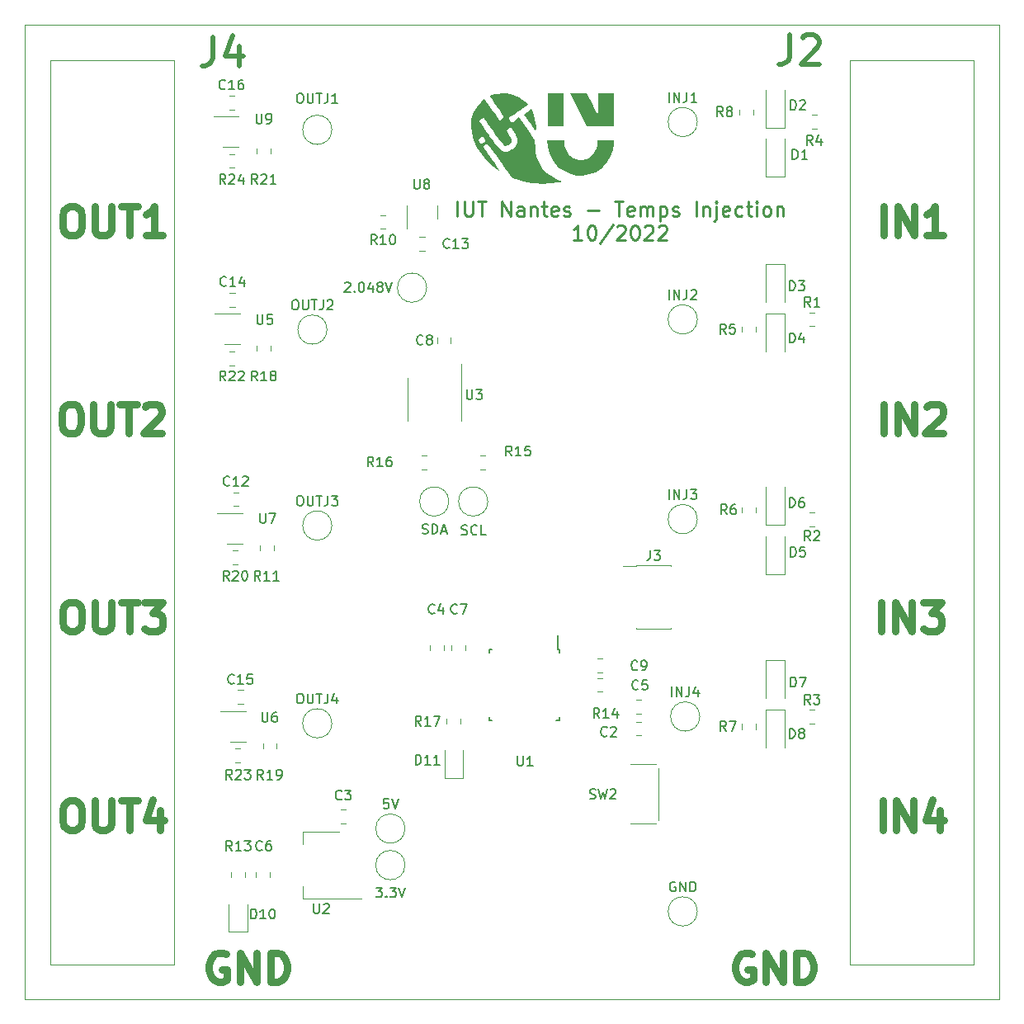
<source format=gto>
%TF.GenerationSoftware,KiCad,Pcbnew,7.0.10*%
%TF.CreationDate,2024-02-21T11:02:03+01:00*%
%TF.ProjectId,CIFAM,43494641-4d2e-46b6-9963-61645f706362,rev?*%
%TF.SameCoordinates,Original*%
%TF.FileFunction,Legend,Top*%
%TF.FilePolarity,Positive*%
%FSLAX46Y46*%
G04 Gerber Fmt 4.6, Leading zero omitted, Abs format (unit mm)*
G04 Created by KiCad (PCBNEW 7.0.10) date 2024-02-21 11:02:03*
%MOMM*%
%LPD*%
G01*
G04 APERTURE LIST*
%ADD10C,0.750000*%
%ADD11C,0.250000*%
%ADD12C,0.150000*%
%ADD13C,0.500000*%
%ADD14C,0.120000*%
%TA.AperFunction,Profile*%
%ADD15C,0.100000*%
%TD*%
G04 APERTURE END LIST*
D10*
X179400000Y-82611357D02*
X179400000Y-79611357D01*
X180828571Y-82611357D02*
X180828571Y-79611357D01*
X180828571Y-79611357D02*
X182542857Y-82611357D01*
X182542857Y-82611357D02*
X182542857Y-79611357D01*
X183828571Y-79897071D02*
X183971428Y-79754214D01*
X183971428Y-79754214D02*
X184257143Y-79611357D01*
X184257143Y-79611357D02*
X184971428Y-79611357D01*
X184971428Y-79611357D02*
X185257143Y-79754214D01*
X185257143Y-79754214D02*
X185400000Y-79897071D01*
X185400000Y-79897071D02*
X185542857Y-80182785D01*
X185542857Y-80182785D02*
X185542857Y-80468500D01*
X185542857Y-80468500D02*
X185400000Y-80897071D01*
X185400000Y-80897071D02*
X183685714Y-82611357D01*
X183685714Y-82611357D02*
X185542857Y-82611357D01*
X95871429Y-99911357D02*
X96442857Y-99911357D01*
X96442857Y-99911357D02*
X96728572Y-100054214D01*
X96728572Y-100054214D02*
X97014286Y-100339928D01*
X97014286Y-100339928D02*
X97157143Y-100911357D01*
X97157143Y-100911357D02*
X97157143Y-101911357D01*
X97157143Y-101911357D02*
X97014286Y-102482785D01*
X97014286Y-102482785D02*
X96728572Y-102768500D01*
X96728572Y-102768500D02*
X96442857Y-102911357D01*
X96442857Y-102911357D02*
X95871429Y-102911357D01*
X95871429Y-102911357D02*
X95585715Y-102768500D01*
X95585715Y-102768500D02*
X95300000Y-102482785D01*
X95300000Y-102482785D02*
X95157143Y-101911357D01*
X95157143Y-101911357D02*
X95157143Y-100911357D01*
X95157143Y-100911357D02*
X95300000Y-100339928D01*
X95300000Y-100339928D02*
X95585715Y-100054214D01*
X95585715Y-100054214D02*
X95871429Y-99911357D01*
X98442857Y-99911357D02*
X98442857Y-102339928D01*
X98442857Y-102339928D02*
X98585714Y-102625642D01*
X98585714Y-102625642D02*
X98728572Y-102768500D01*
X98728572Y-102768500D02*
X99014286Y-102911357D01*
X99014286Y-102911357D02*
X99585714Y-102911357D01*
X99585714Y-102911357D02*
X99871429Y-102768500D01*
X99871429Y-102768500D02*
X100014286Y-102625642D01*
X100014286Y-102625642D02*
X100157143Y-102339928D01*
X100157143Y-102339928D02*
X100157143Y-99911357D01*
X101157143Y-99911357D02*
X102871429Y-99911357D01*
X102014286Y-102911357D02*
X102014286Y-99911357D01*
X103585714Y-99911357D02*
X105442857Y-99911357D01*
X105442857Y-99911357D02*
X104442857Y-101054214D01*
X104442857Y-101054214D02*
X104871428Y-101054214D01*
X104871428Y-101054214D02*
X105157143Y-101197071D01*
X105157143Y-101197071D02*
X105300000Y-101339928D01*
X105300000Y-101339928D02*
X105442857Y-101625642D01*
X105442857Y-101625642D02*
X105442857Y-102339928D01*
X105442857Y-102339928D02*
X105300000Y-102625642D01*
X105300000Y-102625642D02*
X105157143Y-102768500D01*
X105157143Y-102768500D02*
X104871428Y-102911357D01*
X104871428Y-102911357D02*
X104014285Y-102911357D01*
X104014285Y-102911357D02*
X103728571Y-102768500D01*
X103728571Y-102768500D02*
X103585714Y-102625642D01*
X95871429Y-120311357D02*
X96442857Y-120311357D01*
X96442857Y-120311357D02*
X96728572Y-120454214D01*
X96728572Y-120454214D02*
X97014286Y-120739928D01*
X97014286Y-120739928D02*
X97157143Y-121311357D01*
X97157143Y-121311357D02*
X97157143Y-122311357D01*
X97157143Y-122311357D02*
X97014286Y-122882785D01*
X97014286Y-122882785D02*
X96728572Y-123168500D01*
X96728572Y-123168500D02*
X96442857Y-123311357D01*
X96442857Y-123311357D02*
X95871429Y-123311357D01*
X95871429Y-123311357D02*
X95585715Y-123168500D01*
X95585715Y-123168500D02*
X95300000Y-122882785D01*
X95300000Y-122882785D02*
X95157143Y-122311357D01*
X95157143Y-122311357D02*
X95157143Y-121311357D01*
X95157143Y-121311357D02*
X95300000Y-120739928D01*
X95300000Y-120739928D02*
X95585715Y-120454214D01*
X95585715Y-120454214D02*
X95871429Y-120311357D01*
X98442857Y-120311357D02*
X98442857Y-122739928D01*
X98442857Y-122739928D02*
X98585714Y-123025642D01*
X98585714Y-123025642D02*
X98728572Y-123168500D01*
X98728572Y-123168500D02*
X99014286Y-123311357D01*
X99014286Y-123311357D02*
X99585714Y-123311357D01*
X99585714Y-123311357D02*
X99871429Y-123168500D01*
X99871429Y-123168500D02*
X100014286Y-123025642D01*
X100014286Y-123025642D02*
X100157143Y-122739928D01*
X100157143Y-122739928D02*
X100157143Y-120311357D01*
X101157143Y-120311357D02*
X102871429Y-120311357D01*
X102014286Y-123311357D02*
X102014286Y-120311357D01*
X105157143Y-121311357D02*
X105157143Y-123311357D01*
X104442857Y-120168500D02*
X103728571Y-122311357D01*
X103728571Y-122311357D02*
X105585714Y-122311357D01*
X95771429Y-79611357D02*
X96342857Y-79611357D01*
X96342857Y-79611357D02*
X96628572Y-79754214D01*
X96628572Y-79754214D02*
X96914286Y-80039928D01*
X96914286Y-80039928D02*
X97057143Y-80611357D01*
X97057143Y-80611357D02*
X97057143Y-81611357D01*
X97057143Y-81611357D02*
X96914286Y-82182785D01*
X96914286Y-82182785D02*
X96628572Y-82468500D01*
X96628572Y-82468500D02*
X96342857Y-82611357D01*
X96342857Y-82611357D02*
X95771429Y-82611357D01*
X95771429Y-82611357D02*
X95485715Y-82468500D01*
X95485715Y-82468500D02*
X95200000Y-82182785D01*
X95200000Y-82182785D02*
X95057143Y-81611357D01*
X95057143Y-81611357D02*
X95057143Y-80611357D01*
X95057143Y-80611357D02*
X95200000Y-80039928D01*
X95200000Y-80039928D02*
X95485715Y-79754214D01*
X95485715Y-79754214D02*
X95771429Y-79611357D01*
X98342857Y-79611357D02*
X98342857Y-82039928D01*
X98342857Y-82039928D02*
X98485714Y-82325642D01*
X98485714Y-82325642D02*
X98628572Y-82468500D01*
X98628572Y-82468500D02*
X98914286Y-82611357D01*
X98914286Y-82611357D02*
X99485714Y-82611357D01*
X99485714Y-82611357D02*
X99771429Y-82468500D01*
X99771429Y-82468500D02*
X99914286Y-82325642D01*
X99914286Y-82325642D02*
X100057143Y-82039928D01*
X100057143Y-82039928D02*
X100057143Y-79611357D01*
X101057143Y-79611357D02*
X102771429Y-79611357D01*
X101914286Y-82611357D02*
X101914286Y-79611357D01*
X103628571Y-79897071D02*
X103771428Y-79754214D01*
X103771428Y-79754214D02*
X104057143Y-79611357D01*
X104057143Y-79611357D02*
X104771428Y-79611357D01*
X104771428Y-79611357D02*
X105057143Y-79754214D01*
X105057143Y-79754214D02*
X105200000Y-79897071D01*
X105200000Y-79897071D02*
X105342857Y-80182785D01*
X105342857Y-80182785D02*
X105342857Y-80468500D01*
X105342857Y-80468500D02*
X105200000Y-80897071D01*
X105200000Y-80897071D02*
X103485714Y-82611357D01*
X103485714Y-82611357D02*
X105342857Y-82611357D01*
X179200000Y-102911357D02*
X179200000Y-99911357D01*
X180628571Y-102911357D02*
X180628571Y-99911357D01*
X180628571Y-99911357D02*
X182342857Y-102911357D01*
X182342857Y-102911357D02*
X182342857Y-99911357D01*
X183485714Y-99911357D02*
X185342857Y-99911357D01*
X185342857Y-99911357D02*
X184342857Y-101054214D01*
X184342857Y-101054214D02*
X184771428Y-101054214D01*
X184771428Y-101054214D02*
X185057143Y-101197071D01*
X185057143Y-101197071D02*
X185200000Y-101339928D01*
X185200000Y-101339928D02*
X185342857Y-101625642D01*
X185342857Y-101625642D02*
X185342857Y-102339928D01*
X185342857Y-102339928D02*
X185200000Y-102625642D01*
X185200000Y-102625642D02*
X185057143Y-102768500D01*
X185057143Y-102768500D02*
X184771428Y-102911357D01*
X184771428Y-102911357D02*
X183914285Y-102911357D01*
X183914285Y-102911357D02*
X183628571Y-102768500D01*
X183628571Y-102768500D02*
X183485714Y-102625642D01*
D11*
X135685713Y-60335928D02*
X135685713Y-58835928D01*
X136399999Y-58835928D02*
X136399999Y-60050214D01*
X136399999Y-60050214D02*
X136471428Y-60193071D01*
X136471428Y-60193071D02*
X136542857Y-60264500D01*
X136542857Y-60264500D02*
X136685714Y-60335928D01*
X136685714Y-60335928D02*
X136971428Y-60335928D01*
X136971428Y-60335928D02*
X137114285Y-60264500D01*
X137114285Y-60264500D02*
X137185714Y-60193071D01*
X137185714Y-60193071D02*
X137257142Y-60050214D01*
X137257142Y-60050214D02*
X137257142Y-58835928D01*
X137757143Y-58835928D02*
X138614286Y-58835928D01*
X138185714Y-60335928D02*
X138185714Y-58835928D01*
X140257142Y-60335928D02*
X140257142Y-58835928D01*
X140257142Y-58835928D02*
X141114285Y-60335928D01*
X141114285Y-60335928D02*
X141114285Y-58835928D01*
X142471429Y-60335928D02*
X142471429Y-59550214D01*
X142471429Y-59550214D02*
X142400000Y-59407357D01*
X142400000Y-59407357D02*
X142257143Y-59335928D01*
X142257143Y-59335928D02*
X141971429Y-59335928D01*
X141971429Y-59335928D02*
X141828571Y-59407357D01*
X142471429Y-60264500D02*
X142328571Y-60335928D01*
X142328571Y-60335928D02*
X141971429Y-60335928D01*
X141971429Y-60335928D02*
X141828571Y-60264500D01*
X141828571Y-60264500D02*
X141757143Y-60121642D01*
X141757143Y-60121642D02*
X141757143Y-59978785D01*
X141757143Y-59978785D02*
X141828571Y-59835928D01*
X141828571Y-59835928D02*
X141971429Y-59764500D01*
X141971429Y-59764500D02*
X142328571Y-59764500D01*
X142328571Y-59764500D02*
X142471429Y-59693071D01*
X143185714Y-59335928D02*
X143185714Y-60335928D01*
X143185714Y-59478785D02*
X143257143Y-59407357D01*
X143257143Y-59407357D02*
X143400000Y-59335928D01*
X143400000Y-59335928D02*
X143614286Y-59335928D01*
X143614286Y-59335928D02*
X143757143Y-59407357D01*
X143757143Y-59407357D02*
X143828572Y-59550214D01*
X143828572Y-59550214D02*
X143828572Y-60335928D01*
X144328572Y-59335928D02*
X144900000Y-59335928D01*
X144542857Y-58835928D02*
X144542857Y-60121642D01*
X144542857Y-60121642D02*
X144614286Y-60264500D01*
X144614286Y-60264500D02*
X144757143Y-60335928D01*
X144757143Y-60335928D02*
X144900000Y-60335928D01*
X145971429Y-60264500D02*
X145828572Y-60335928D01*
X145828572Y-60335928D02*
X145542858Y-60335928D01*
X145542858Y-60335928D02*
X145400000Y-60264500D01*
X145400000Y-60264500D02*
X145328572Y-60121642D01*
X145328572Y-60121642D02*
X145328572Y-59550214D01*
X145328572Y-59550214D02*
X145400000Y-59407357D01*
X145400000Y-59407357D02*
X145542858Y-59335928D01*
X145542858Y-59335928D02*
X145828572Y-59335928D01*
X145828572Y-59335928D02*
X145971429Y-59407357D01*
X145971429Y-59407357D02*
X146042858Y-59550214D01*
X146042858Y-59550214D02*
X146042858Y-59693071D01*
X146042858Y-59693071D02*
X145328572Y-59835928D01*
X146614286Y-60264500D02*
X146757143Y-60335928D01*
X146757143Y-60335928D02*
X147042857Y-60335928D01*
X147042857Y-60335928D02*
X147185714Y-60264500D01*
X147185714Y-60264500D02*
X147257143Y-60121642D01*
X147257143Y-60121642D02*
X147257143Y-60050214D01*
X147257143Y-60050214D02*
X147185714Y-59907357D01*
X147185714Y-59907357D02*
X147042857Y-59835928D01*
X147042857Y-59835928D02*
X146828572Y-59835928D01*
X146828572Y-59835928D02*
X146685714Y-59764500D01*
X146685714Y-59764500D02*
X146614286Y-59621642D01*
X146614286Y-59621642D02*
X146614286Y-59550214D01*
X146614286Y-59550214D02*
X146685714Y-59407357D01*
X146685714Y-59407357D02*
X146828572Y-59335928D01*
X146828572Y-59335928D02*
X147042857Y-59335928D01*
X147042857Y-59335928D02*
X147185714Y-59407357D01*
X149042857Y-59764500D02*
X150185715Y-59764500D01*
X151828572Y-58835928D02*
X152685715Y-58835928D01*
X152257143Y-60335928D02*
X152257143Y-58835928D01*
X153757143Y-60264500D02*
X153614286Y-60335928D01*
X153614286Y-60335928D02*
X153328572Y-60335928D01*
X153328572Y-60335928D02*
X153185714Y-60264500D01*
X153185714Y-60264500D02*
X153114286Y-60121642D01*
X153114286Y-60121642D02*
X153114286Y-59550214D01*
X153114286Y-59550214D02*
X153185714Y-59407357D01*
X153185714Y-59407357D02*
X153328572Y-59335928D01*
X153328572Y-59335928D02*
X153614286Y-59335928D01*
X153614286Y-59335928D02*
X153757143Y-59407357D01*
X153757143Y-59407357D02*
X153828572Y-59550214D01*
X153828572Y-59550214D02*
X153828572Y-59693071D01*
X153828572Y-59693071D02*
X153114286Y-59835928D01*
X154471428Y-60335928D02*
X154471428Y-59335928D01*
X154471428Y-59478785D02*
X154542857Y-59407357D01*
X154542857Y-59407357D02*
X154685714Y-59335928D01*
X154685714Y-59335928D02*
X154900000Y-59335928D01*
X154900000Y-59335928D02*
X155042857Y-59407357D01*
X155042857Y-59407357D02*
X155114286Y-59550214D01*
X155114286Y-59550214D02*
X155114286Y-60335928D01*
X155114286Y-59550214D02*
X155185714Y-59407357D01*
X155185714Y-59407357D02*
X155328571Y-59335928D01*
X155328571Y-59335928D02*
X155542857Y-59335928D01*
X155542857Y-59335928D02*
X155685714Y-59407357D01*
X155685714Y-59407357D02*
X155757143Y-59550214D01*
X155757143Y-59550214D02*
X155757143Y-60335928D01*
X156471428Y-59335928D02*
X156471428Y-60835928D01*
X156471428Y-59407357D02*
X156614286Y-59335928D01*
X156614286Y-59335928D02*
X156900000Y-59335928D01*
X156900000Y-59335928D02*
X157042857Y-59407357D01*
X157042857Y-59407357D02*
X157114286Y-59478785D01*
X157114286Y-59478785D02*
X157185714Y-59621642D01*
X157185714Y-59621642D02*
X157185714Y-60050214D01*
X157185714Y-60050214D02*
X157114286Y-60193071D01*
X157114286Y-60193071D02*
X157042857Y-60264500D01*
X157042857Y-60264500D02*
X156900000Y-60335928D01*
X156900000Y-60335928D02*
X156614286Y-60335928D01*
X156614286Y-60335928D02*
X156471428Y-60264500D01*
X157757143Y-60264500D02*
X157900000Y-60335928D01*
X157900000Y-60335928D02*
X158185714Y-60335928D01*
X158185714Y-60335928D02*
X158328571Y-60264500D01*
X158328571Y-60264500D02*
X158400000Y-60121642D01*
X158400000Y-60121642D02*
X158400000Y-60050214D01*
X158400000Y-60050214D02*
X158328571Y-59907357D01*
X158328571Y-59907357D02*
X158185714Y-59835928D01*
X158185714Y-59835928D02*
X157971429Y-59835928D01*
X157971429Y-59835928D02*
X157828571Y-59764500D01*
X157828571Y-59764500D02*
X157757143Y-59621642D01*
X157757143Y-59621642D02*
X157757143Y-59550214D01*
X157757143Y-59550214D02*
X157828571Y-59407357D01*
X157828571Y-59407357D02*
X157971429Y-59335928D01*
X157971429Y-59335928D02*
X158185714Y-59335928D01*
X158185714Y-59335928D02*
X158328571Y-59407357D01*
X160185714Y-60335928D02*
X160185714Y-58835928D01*
X160900000Y-59335928D02*
X160900000Y-60335928D01*
X160900000Y-59478785D02*
X160971429Y-59407357D01*
X160971429Y-59407357D02*
X161114286Y-59335928D01*
X161114286Y-59335928D02*
X161328572Y-59335928D01*
X161328572Y-59335928D02*
X161471429Y-59407357D01*
X161471429Y-59407357D02*
X161542858Y-59550214D01*
X161542858Y-59550214D02*
X161542858Y-60335928D01*
X162257143Y-59335928D02*
X162257143Y-60621642D01*
X162257143Y-60621642D02*
X162185715Y-60764500D01*
X162185715Y-60764500D02*
X162042858Y-60835928D01*
X162042858Y-60835928D02*
X161971429Y-60835928D01*
X162257143Y-58835928D02*
X162185715Y-58907357D01*
X162185715Y-58907357D02*
X162257143Y-58978785D01*
X162257143Y-58978785D02*
X162328572Y-58907357D01*
X162328572Y-58907357D02*
X162257143Y-58835928D01*
X162257143Y-58835928D02*
X162257143Y-58978785D01*
X163542858Y-60264500D02*
X163400001Y-60335928D01*
X163400001Y-60335928D02*
X163114287Y-60335928D01*
X163114287Y-60335928D02*
X162971429Y-60264500D01*
X162971429Y-60264500D02*
X162900001Y-60121642D01*
X162900001Y-60121642D02*
X162900001Y-59550214D01*
X162900001Y-59550214D02*
X162971429Y-59407357D01*
X162971429Y-59407357D02*
X163114287Y-59335928D01*
X163114287Y-59335928D02*
X163400001Y-59335928D01*
X163400001Y-59335928D02*
X163542858Y-59407357D01*
X163542858Y-59407357D02*
X163614287Y-59550214D01*
X163614287Y-59550214D02*
X163614287Y-59693071D01*
X163614287Y-59693071D02*
X162900001Y-59835928D01*
X164900001Y-60264500D02*
X164757143Y-60335928D01*
X164757143Y-60335928D02*
X164471429Y-60335928D01*
X164471429Y-60335928D02*
X164328572Y-60264500D01*
X164328572Y-60264500D02*
X164257143Y-60193071D01*
X164257143Y-60193071D02*
X164185715Y-60050214D01*
X164185715Y-60050214D02*
X164185715Y-59621642D01*
X164185715Y-59621642D02*
X164257143Y-59478785D01*
X164257143Y-59478785D02*
X164328572Y-59407357D01*
X164328572Y-59407357D02*
X164471429Y-59335928D01*
X164471429Y-59335928D02*
X164757143Y-59335928D01*
X164757143Y-59335928D02*
X164900001Y-59407357D01*
X165328572Y-59335928D02*
X165900000Y-59335928D01*
X165542857Y-58835928D02*
X165542857Y-60121642D01*
X165542857Y-60121642D02*
X165614286Y-60264500D01*
X165614286Y-60264500D02*
X165757143Y-60335928D01*
X165757143Y-60335928D02*
X165900000Y-60335928D01*
X166400000Y-60335928D02*
X166400000Y-59335928D01*
X166400000Y-58835928D02*
X166328572Y-58907357D01*
X166328572Y-58907357D02*
X166400000Y-58978785D01*
X166400000Y-58978785D02*
X166471429Y-58907357D01*
X166471429Y-58907357D02*
X166400000Y-58835928D01*
X166400000Y-58835928D02*
X166400000Y-58978785D01*
X167328572Y-60335928D02*
X167185715Y-60264500D01*
X167185715Y-60264500D02*
X167114286Y-60193071D01*
X167114286Y-60193071D02*
X167042858Y-60050214D01*
X167042858Y-60050214D02*
X167042858Y-59621642D01*
X167042858Y-59621642D02*
X167114286Y-59478785D01*
X167114286Y-59478785D02*
X167185715Y-59407357D01*
X167185715Y-59407357D02*
X167328572Y-59335928D01*
X167328572Y-59335928D02*
X167542858Y-59335928D01*
X167542858Y-59335928D02*
X167685715Y-59407357D01*
X167685715Y-59407357D02*
X167757144Y-59478785D01*
X167757144Y-59478785D02*
X167828572Y-59621642D01*
X167828572Y-59621642D02*
X167828572Y-60050214D01*
X167828572Y-60050214D02*
X167757144Y-60193071D01*
X167757144Y-60193071D02*
X167685715Y-60264500D01*
X167685715Y-60264500D02*
X167542858Y-60335928D01*
X167542858Y-60335928D02*
X167328572Y-60335928D01*
X168471429Y-59335928D02*
X168471429Y-60335928D01*
X168471429Y-59478785D02*
X168542858Y-59407357D01*
X168542858Y-59407357D02*
X168685715Y-59335928D01*
X168685715Y-59335928D02*
X168900001Y-59335928D01*
X168900001Y-59335928D02*
X169042858Y-59407357D01*
X169042858Y-59407357D02*
X169114287Y-59550214D01*
X169114287Y-59550214D02*
X169114287Y-60335928D01*
X148471430Y-62750928D02*
X147614287Y-62750928D01*
X148042858Y-62750928D02*
X148042858Y-61250928D01*
X148042858Y-61250928D02*
X147900001Y-61465214D01*
X147900001Y-61465214D02*
X147757144Y-61608071D01*
X147757144Y-61608071D02*
X147614287Y-61679500D01*
X149400001Y-61250928D02*
X149542858Y-61250928D01*
X149542858Y-61250928D02*
X149685715Y-61322357D01*
X149685715Y-61322357D02*
X149757144Y-61393785D01*
X149757144Y-61393785D02*
X149828572Y-61536642D01*
X149828572Y-61536642D02*
X149900001Y-61822357D01*
X149900001Y-61822357D02*
X149900001Y-62179500D01*
X149900001Y-62179500D02*
X149828572Y-62465214D01*
X149828572Y-62465214D02*
X149757144Y-62608071D01*
X149757144Y-62608071D02*
X149685715Y-62679500D01*
X149685715Y-62679500D02*
X149542858Y-62750928D01*
X149542858Y-62750928D02*
X149400001Y-62750928D01*
X149400001Y-62750928D02*
X149257144Y-62679500D01*
X149257144Y-62679500D02*
X149185715Y-62608071D01*
X149185715Y-62608071D02*
X149114286Y-62465214D01*
X149114286Y-62465214D02*
X149042858Y-62179500D01*
X149042858Y-62179500D02*
X149042858Y-61822357D01*
X149042858Y-61822357D02*
X149114286Y-61536642D01*
X149114286Y-61536642D02*
X149185715Y-61393785D01*
X149185715Y-61393785D02*
X149257144Y-61322357D01*
X149257144Y-61322357D02*
X149400001Y-61250928D01*
X151614286Y-61179500D02*
X150328572Y-63108071D01*
X152042858Y-61393785D02*
X152114286Y-61322357D01*
X152114286Y-61322357D02*
X152257144Y-61250928D01*
X152257144Y-61250928D02*
X152614286Y-61250928D01*
X152614286Y-61250928D02*
X152757144Y-61322357D01*
X152757144Y-61322357D02*
X152828572Y-61393785D01*
X152828572Y-61393785D02*
X152900001Y-61536642D01*
X152900001Y-61536642D02*
X152900001Y-61679500D01*
X152900001Y-61679500D02*
X152828572Y-61893785D01*
X152828572Y-61893785D02*
X151971429Y-62750928D01*
X151971429Y-62750928D02*
X152900001Y-62750928D01*
X153828572Y-61250928D02*
X153971429Y-61250928D01*
X153971429Y-61250928D02*
X154114286Y-61322357D01*
X154114286Y-61322357D02*
X154185715Y-61393785D01*
X154185715Y-61393785D02*
X154257143Y-61536642D01*
X154257143Y-61536642D02*
X154328572Y-61822357D01*
X154328572Y-61822357D02*
X154328572Y-62179500D01*
X154328572Y-62179500D02*
X154257143Y-62465214D01*
X154257143Y-62465214D02*
X154185715Y-62608071D01*
X154185715Y-62608071D02*
X154114286Y-62679500D01*
X154114286Y-62679500D02*
X153971429Y-62750928D01*
X153971429Y-62750928D02*
X153828572Y-62750928D01*
X153828572Y-62750928D02*
X153685715Y-62679500D01*
X153685715Y-62679500D02*
X153614286Y-62608071D01*
X153614286Y-62608071D02*
X153542857Y-62465214D01*
X153542857Y-62465214D02*
X153471429Y-62179500D01*
X153471429Y-62179500D02*
X153471429Y-61822357D01*
X153471429Y-61822357D02*
X153542857Y-61536642D01*
X153542857Y-61536642D02*
X153614286Y-61393785D01*
X153614286Y-61393785D02*
X153685715Y-61322357D01*
X153685715Y-61322357D02*
X153828572Y-61250928D01*
X154900000Y-61393785D02*
X154971428Y-61322357D01*
X154971428Y-61322357D02*
X155114286Y-61250928D01*
X155114286Y-61250928D02*
X155471428Y-61250928D01*
X155471428Y-61250928D02*
X155614286Y-61322357D01*
X155614286Y-61322357D02*
X155685714Y-61393785D01*
X155685714Y-61393785D02*
X155757143Y-61536642D01*
X155757143Y-61536642D02*
X155757143Y-61679500D01*
X155757143Y-61679500D02*
X155685714Y-61893785D01*
X155685714Y-61893785D02*
X154828571Y-62750928D01*
X154828571Y-62750928D02*
X155757143Y-62750928D01*
X156328571Y-61393785D02*
X156399999Y-61322357D01*
X156399999Y-61322357D02*
X156542857Y-61250928D01*
X156542857Y-61250928D02*
X156899999Y-61250928D01*
X156899999Y-61250928D02*
X157042857Y-61322357D01*
X157042857Y-61322357D02*
X157114285Y-61393785D01*
X157114285Y-61393785D02*
X157185714Y-61536642D01*
X157185714Y-61536642D02*
X157185714Y-61679500D01*
X157185714Y-61679500D02*
X157114285Y-61893785D01*
X157114285Y-61893785D02*
X156257142Y-62750928D01*
X156257142Y-62750928D02*
X157185714Y-62750928D01*
D10*
X179300000Y-123311357D02*
X179300000Y-120311357D01*
X180728571Y-123311357D02*
X180728571Y-120311357D01*
X180728571Y-120311357D02*
X182442857Y-123311357D01*
X182442857Y-123311357D02*
X182442857Y-120311357D01*
X185157143Y-121311357D02*
X185157143Y-123311357D01*
X184442857Y-120168500D02*
X183728571Y-122311357D01*
X183728571Y-122311357D02*
X185585714Y-122311357D01*
X165914286Y-136054214D02*
X165628572Y-135911357D01*
X165628572Y-135911357D02*
X165200000Y-135911357D01*
X165200000Y-135911357D02*
X164771429Y-136054214D01*
X164771429Y-136054214D02*
X164485714Y-136339928D01*
X164485714Y-136339928D02*
X164342857Y-136625642D01*
X164342857Y-136625642D02*
X164200000Y-137197071D01*
X164200000Y-137197071D02*
X164200000Y-137625642D01*
X164200000Y-137625642D02*
X164342857Y-138197071D01*
X164342857Y-138197071D02*
X164485714Y-138482785D01*
X164485714Y-138482785D02*
X164771429Y-138768500D01*
X164771429Y-138768500D02*
X165200000Y-138911357D01*
X165200000Y-138911357D02*
X165485714Y-138911357D01*
X165485714Y-138911357D02*
X165914286Y-138768500D01*
X165914286Y-138768500D02*
X166057143Y-138625642D01*
X166057143Y-138625642D02*
X166057143Y-137625642D01*
X166057143Y-137625642D02*
X165485714Y-137625642D01*
X167342857Y-138911357D02*
X167342857Y-135911357D01*
X167342857Y-135911357D02*
X169057143Y-138911357D01*
X169057143Y-138911357D02*
X169057143Y-135911357D01*
X170485714Y-138911357D02*
X170485714Y-135911357D01*
X170485714Y-135911357D02*
X171200000Y-135911357D01*
X171200000Y-135911357D02*
X171628571Y-136054214D01*
X171628571Y-136054214D02*
X171914286Y-136339928D01*
X171914286Y-136339928D02*
X172057143Y-136625642D01*
X172057143Y-136625642D02*
X172200000Y-137197071D01*
X172200000Y-137197071D02*
X172200000Y-137625642D01*
X172200000Y-137625642D02*
X172057143Y-138197071D01*
X172057143Y-138197071D02*
X171914286Y-138482785D01*
X171914286Y-138482785D02*
X171628571Y-138768500D01*
X171628571Y-138768500D02*
X171200000Y-138911357D01*
X171200000Y-138911357D02*
X170485714Y-138911357D01*
X179400000Y-62311357D02*
X179400000Y-59311357D01*
X180828571Y-62311357D02*
X180828571Y-59311357D01*
X180828571Y-59311357D02*
X182542857Y-62311357D01*
X182542857Y-62311357D02*
X182542857Y-59311357D01*
X185542857Y-62311357D02*
X183828571Y-62311357D01*
X184685714Y-62311357D02*
X184685714Y-59311357D01*
X184685714Y-59311357D02*
X184400000Y-59739928D01*
X184400000Y-59739928D02*
X184114285Y-60025642D01*
X184114285Y-60025642D02*
X183828571Y-60168500D01*
X111914286Y-136054214D02*
X111628572Y-135911357D01*
X111628572Y-135911357D02*
X111200000Y-135911357D01*
X111200000Y-135911357D02*
X110771429Y-136054214D01*
X110771429Y-136054214D02*
X110485714Y-136339928D01*
X110485714Y-136339928D02*
X110342857Y-136625642D01*
X110342857Y-136625642D02*
X110200000Y-137197071D01*
X110200000Y-137197071D02*
X110200000Y-137625642D01*
X110200000Y-137625642D02*
X110342857Y-138197071D01*
X110342857Y-138197071D02*
X110485714Y-138482785D01*
X110485714Y-138482785D02*
X110771429Y-138768500D01*
X110771429Y-138768500D02*
X111200000Y-138911357D01*
X111200000Y-138911357D02*
X111485714Y-138911357D01*
X111485714Y-138911357D02*
X111914286Y-138768500D01*
X111914286Y-138768500D02*
X112057143Y-138625642D01*
X112057143Y-138625642D02*
X112057143Y-137625642D01*
X112057143Y-137625642D02*
X111485714Y-137625642D01*
X113342857Y-138911357D02*
X113342857Y-135911357D01*
X113342857Y-135911357D02*
X115057143Y-138911357D01*
X115057143Y-138911357D02*
X115057143Y-135911357D01*
X116485714Y-138911357D02*
X116485714Y-135911357D01*
X116485714Y-135911357D02*
X117200000Y-135911357D01*
X117200000Y-135911357D02*
X117628571Y-136054214D01*
X117628571Y-136054214D02*
X117914286Y-136339928D01*
X117914286Y-136339928D02*
X118057143Y-136625642D01*
X118057143Y-136625642D02*
X118200000Y-137197071D01*
X118200000Y-137197071D02*
X118200000Y-137625642D01*
X118200000Y-137625642D02*
X118057143Y-138197071D01*
X118057143Y-138197071D02*
X117914286Y-138482785D01*
X117914286Y-138482785D02*
X117628571Y-138768500D01*
X117628571Y-138768500D02*
X117200000Y-138911357D01*
X117200000Y-138911357D02*
X116485714Y-138911357D01*
X95871429Y-59311357D02*
X96442857Y-59311357D01*
X96442857Y-59311357D02*
X96728572Y-59454214D01*
X96728572Y-59454214D02*
X97014286Y-59739928D01*
X97014286Y-59739928D02*
X97157143Y-60311357D01*
X97157143Y-60311357D02*
X97157143Y-61311357D01*
X97157143Y-61311357D02*
X97014286Y-61882785D01*
X97014286Y-61882785D02*
X96728572Y-62168500D01*
X96728572Y-62168500D02*
X96442857Y-62311357D01*
X96442857Y-62311357D02*
X95871429Y-62311357D01*
X95871429Y-62311357D02*
X95585715Y-62168500D01*
X95585715Y-62168500D02*
X95300000Y-61882785D01*
X95300000Y-61882785D02*
X95157143Y-61311357D01*
X95157143Y-61311357D02*
X95157143Y-60311357D01*
X95157143Y-60311357D02*
X95300000Y-59739928D01*
X95300000Y-59739928D02*
X95585715Y-59454214D01*
X95585715Y-59454214D02*
X95871429Y-59311357D01*
X98442857Y-59311357D02*
X98442857Y-61739928D01*
X98442857Y-61739928D02*
X98585714Y-62025642D01*
X98585714Y-62025642D02*
X98728572Y-62168500D01*
X98728572Y-62168500D02*
X99014286Y-62311357D01*
X99014286Y-62311357D02*
X99585714Y-62311357D01*
X99585714Y-62311357D02*
X99871429Y-62168500D01*
X99871429Y-62168500D02*
X100014286Y-62025642D01*
X100014286Y-62025642D02*
X100157143Y-61739928D01*
X100157143Y-61739928D02*
X100157143Y-59311357D01*
X101157143Y-59311357D02*
X102871429Y-59311357D01*
X102014286Y-62311357D02*
X102014286Y-59311357D01*
X105442857Y-62311357D02*
X103728571Y-62311357D01*
X104585714Y-62311357D02*
X104585714Y-59311357D01*
X104585714Y-59311357D02*
X104300000Y-59739928D01*
X104300000Y-59739928D02*
X104014285Y-60025642D01*
X104014285Y-60025642D02*
X103728571Y-60168500D01*
D12*
X162933333Y-50092319D02*
X162600000Y-49616128D01*
X162361905Y-50092319D02*
X162361905Y-49092319D01*
X162361905Y-49092319D02*
X162742857Y-49092319D01*
X162742857Y-49092319D02*
X162838095Y-49139938D01*
X162838095Y-49139938D02*
X162885714Y-49187557D01*
X162885714Y-49187557D02*
X162933333Y-49282795D01*
X162933333Y-49282795D02*
X162933333Y-49425652D01*
X162933333Y-49425652D02*
X162885714Y-49520890D01*
X162885714Y-49520890D02*
X162838095Y-49568509D01*
X162838095Y-49568509D02*
X162742857Y-49616128D01*
X162742857Y-49616128D02*
X162361905Y-49616128D01*
X163504762Y-49520890D02*
X163409524Y-49473271D01*
X163409524Y-49473271D02*
X163361905Y-49425652D01*
X163361905Y-49425652D02*
X163314286Y-49330414D01*
X163314286Y-49330414D02*
X163314286Y-49282795D01*
X163314286Y-49282795D02*
X163361905Y-49187557D01*
X163361905Y-49187557D02*
X163409524Y-49139938D01*
X163409524Y-49139938D02*
X163504762Y-49092319D01*
X163504762Y-49092319D02*
X163695238Y-49092319D01*
X163695238Y-49092319D02*
X163790476Y-49139938D01*
X163790476Y-49139938D02*
X163838095Y-49187557D01*
X163838095Y-49187557D02*
X163885714Y-49282795D01*
X163885714Y-49282795D02*
X163885714Y-49330414D01*
X163885714Y-49330414D02*
X163838095Y-49425652D01*
X163838095Y-49425652D02*
X163790476Y-49473271D01*
X163790476Y-49473271D02*
X163695238Y-49520890D01*
X163695238Y-49520890D02*
X163504762Y-49520890D01*
X163504762Y-49520890D02*
X163409524Y-49568509D01*
X163409524Y-49568509D02*
X163361905Y-49616128D01*
X163361905Y-49616128D02*
X163314286Y-49711366D01*
X163314286Y-49711366D02*
X163314286Y-49901842D01*
X163314286Y-49901842D02*
X163361905Y-49997080D01*
X163361905Y-49997080D02*
X163409524Y-50044700D01*
X163409524Y-50044700D02*
X163504762Y-50092319D01*
X163504762Y-50092319D02*
X163695238Y-50092319D01*
X163695238Y-50092319D02*
X163790476Y-50044700D01*
X163790476Y-50044700D02*
X163838095Y-49997080D01*
X163838095Y-49997080D02*
X163885714Y-49901842D01*
X163885714Y-49901842D02*
X163885714Y-49711366D01*
X163885714Y-49711366D02*
X163838095Y-49616128D01*
X163838095Y-49616128D02*
X163790476Y-49568509D01*
X163790476Y-49568509D02*
X163695238Y-49520890D01*
X170061905Y-54467319D02*
X170061905Y-53467319D01*
X170061905Y-53467319D02*
X170300000Y-53467319D01*
X170300000Y-53467319D02*
X170442857Y-53514938D01*
X170442857Y-53514938D02*
X170538095Y-53610176D01*
X170538095Y-53610176D02*
X170585714Y-53705414D01*
X170585714Y-53705414D02*
X170633333Y-53895890D01*
X170633333Y-53895890D02*
X170633333Y-54038747D01*
X170633333Y-54038747D02*
X170585714Y-54229223D01*
X170585714Y-54229223D02*
X170538095Y-54324461D01*
X170538095Y-54324461D02*
X170442857Y-54419700D01*
X170442857Y-54419700D02*
X170300000Y-54467319D01*
X170300000Y-54467319D02*
X170061905Y-54467319D01*
X171585714Y-54467319D02*
X171014286Y-54467319D01*
X171300000Y-54467319D02*
X171300000Y-53467319D01*
X171300000Y-53467319D02*
X171204762Y-53610176D01*
X171204762Y-53610176D02*
X171109524Y-53705414D01*
X171109524Y-53705414D02*
X171014286Y-53753033D01*
X131238095Y-56517319D02*
X131238095Y-57326842D01*
X131238095Y-57326842D02*
X131285714Y-57422080D01*
X131285714Y-57422080D02*
X131333333Y-57469700D01*
X131333333Y-57469700D02*
X131428571Y-57517319D01*
X131428571Y-57517319D02*
X131619047Y-57517319D01*
X131619047Y-57517319D02*
X131714285Y-57469700D01*
X131714285Y-57469700D02*
X131761904Y-57422080D01*
X131761904Y-57422080D02*
X131809523Y-57326842D01*
X131809523Y-57326842D02*
X131809523Y-56517319D01*
X132428571Y-56945890D02*
X132333333Y-56898271D01*
X132333333Y-56898271D02*
X132285714Y-56850652D01*
X132285714Y-56850652D02*
X132238095Y-56755414D01*
X132238095Y-56755414D02*
X132238095Y-56707795D01*
X132238095Y-56707795D02*
X132285714Y-56612557D01*
X132285714Y-56612557D02*
X132333333Y-56564938D01*
X132333333Y-56564938D02*
X132428571Y-56517319D01*
X132428571Y-56517319D02*
X132619047Y-56517319D01*
X132619047Y-56517319D02*
X132714285Y-56564938D01*
X132714285Y-56564938D02*
X132761904Y-56612557D01*
X132761904Y-56612557D02*
X132809523Y-56707795D01*
X132809523Y-56707795D02*
X132809523Y-56755414D01*
X132809523Y-56755414D02*
X132761904Y-56850652D01*
X132761904Y-56850652D02*
X132714285Y-56898271D01*
X132714285Y-56898271D02*
X132619047Y-56945890D01*
X132619047Y-56945890D02*
X132428571Y-56945890D01*
X132428571Y-56945890D02*
X132333333Y-56993509D01*
X132333333Y-56993509D02*
X132285714Y-57041128D01*
X132285714Y-57041128D02*
X132238095Y-57136366D01*
X132238095Y-57136366D02*
X132238095Y-57326842D01*
X132238095Y-57326842D02*
X132285714Y-57422080D01*
X132285714Y-57422080D02*
X132333333Y-57469700D01*
X132333333Y-57469700D02*
X132428571Y-57517319D01*
X132428571Y-57517319D02*
X132619047Y-57517319D01*
X132619047Y-57517319D02*
X132714285Y-57469700D01*
X132714285Y-57469700D02*
X132761904Y-57422080D01*
X132761904Y-57422080D02*
X132809523Y-57326842D01*
X132809523Y-57326842D02*
X132809523Y-57136366D01*
X132809523Y-57136366D02*
X132761904Y-57041128D01*
X132761904Y-57041128D02*
X132714285Y-56993509D01*
X132714285Y-56993509D02*
X132619047Y-56945890D01*
X132085714Y-92869700D02*
X132228571Y-92917319D01*
X132228571Y-92917319D02*
X132466666Y-92917319D01*
X132466666Y-92917319D02*
X132561904Y-92869700D01*
X132561904Y-92869700D02*
X132609523Y-92822080D01*
X132609523Y-92822080D02*
X132657142Y-92726842D01*
X132657142Y-92726842D02*
X132657142Y-92631604D01*
X132657142Y-92631604D02*
X132609523Y-92536366D01*
X132609523Y-92536366D02*
X132561904Y-92488747D01*
X132561904Y-92488747D02*
X132466666Y-92441128D01*
X132466666Y-92441128D02*
X132276190Y-92393509D01*
X132276190Y-92393509D02*
X132180952Y-92345890D01*
X132180952Y-92345890D02*
X132133333Y-92298271D01*
X132133333Y-92298271D02*
X132085714Y-92203033D01*
X132085714Y-92203033D02*
X132085714Y-92107795D01*
X132085714Y-92107795D02*
X132133333Y-92012557D01*
X132133333Y-92012557D02*
X132180952Y-91964938D01*
X132180952Y-91964938D02*
X132276190Y-91917319D01*
X132276190Y-91917319D02*
X132514285Y-91917319D01*
X132514285Y-91917319D02*
X132657142Y-91964938D01*
X133085714Y-92917319D02*
X133085714Y-91917319D01*
X133085714Y-91917319D02*
X133323809Y-91917319D01*
X133323809Y-91917319D02*
X133466666Y-91964938D01*
X133466666Y-91964938D02*
X133561904Y-92060176D01*
X133561904Y-92060176D02*
X133609523Y-92155414D01*
X133609523Y-92155414D02*
X133657142Y-92345890D01*
X133657142Y-92345890D02*
X133657142Y-92488747D01*
X133657142Y-92488747D02*
X133609523Y-92679223D01*
X133609523Y-92679223D02*
X133561904Y-92774461D01*
X133561904Y-92774461D02*
X133466666Y-92869700D01*
X133466666Y-92869700D02*
X133323809Y-92917319D01*
X133323809Y-92917319D02*
X133085714Y-92917319D01*
X134038095Y-92631604D02*
X134514285Y-92631604D01*
X133942857Y-92917319D02*
X134276190Y-91917319D01*
X134276190Y-91917319D02*
X134609523Y-92917319D01*
X119442857Y-109317319D02*
X119633333Y-109317319D01*
X119633333Y-109317319D02*
X119728571Y-109364938D01*
X119728571Y-109364938D02*
X119823809Y-109460176D01*
X119823809Y-109460176D02*
X119871428Y-109650652D01*
X119871428Y-109650652D02*
X119871428Y-109983985D01*
X119871428Y-109983985D02*
X119823809Y-110174461D01*
X119823809Y-110174461D02*
X119728571Y-110269700D01*
X119728571Y-110269700D02*
X119633333Y-110317319D01*
X119633333Y-110317319D02*
X119442857Y-110317319D01*
X119442857Y-110317319D02*
X119347619Y-110269700D01*
X119347619Y-110269700D02*
X119252381Y-110174461D01*
X119252381Y-110174461D02*
X119204762Y-109983985D01*
X119204762Y-109983985D02*
X119204762Y-109650652D01*
X119204762Y-109650652D02*
X119252381Y-109460176D01*
X119252381Y-109460176D02*
X119347619Y-109364938D01*
X119347619Y-109364938D02*
X119442857Y-109317319D01*
X120300000Y-109317319D02*
X120300000Y-110126842D01*
X120300000Y-110126842D02*
X120347619Y-110222080D01*
X120347619Y-110222080D02*
X120395238Y-110269700D01*
X120395238Y-110269700D02*
X120490476Y-110317319D01*
X120490476Y-110317319D02*
X120680952Y-110317319D01*
X120680952Y-110317319D02*
X120776190Y-110269700D01*
X120776190Y-110269700D02*
X120823809Y-110222080D01*
X120823809Y-110222080D02*
X120871428Y-110126842D01*
X120871428Y-110126842D02*
X120871428Y-109317319D01*
X121204762Y-109317319D02*
X121776190Y-109317319D01*
X121490476Y-110317319D02*
X121490476Y-109317319D01*
X122395238Y-109317319D02*
X122395238Y-110031604D01*
X122395238Y-110031604D02*
X122347619Y-110174461D01*
X122347619Y-110174461D02*
X122252381Y-110269700D01*
X122252381Y-110269700D02*
X122109524Y-110317319D01*
X122109524Y-110317319D02*
X122014286Y-110317319D01*
X123300000Y-109650652D02*
X123300000Y-110317319D01*
X123061905Y-109269700D02*
X122823810Y-109983985D01*
X122823810Y-109983985D02*
X123442857Y-109983985D01*
X169761905Y-67967319D02*
X169761905Y-66967319D01*
X169761905Y-66967319D02*
X170000000Y-66967319D01*
X170000000Y-66967319D02*
X170142857Y-67014938D01*
X170142857Y-67014938D02*
X170238095Y-67110176D01*
X170238095Y-67110176D02*
X170285714Y-67205414D01*
X170285714Y-67205414D02*
X170333333Y-67395890D01*
X170333333Y-67395890D02*
X170333333Y-67538747D01*
X170333333Y-67538747D02*
X170285714Y-67729223D01*
X170285714Y-67729223D02*
X170238095Y-67824461D01*
X170238095Y-67824461D02*
X170142857Y-67919700D01*
X170142857Y-67919700D02*
X170000000Y-67967319D01*
X170000000Y-67967319D02*
X169761905Y-67967319D01*
X170666667Y-66967319D02*
X171285714Y-66967319D01*
X171285714Y-66967319D02*
X170952381Y-67348271D01*
X170952381Y-67348271D02*
X171095238Y-67348271D01*
X171095238Y-67348271D02*
X171190476Y-67395890D01*
X171190476Y-67395890D02*
X171238095Y-67443509D01*
X171238095Y-67443509D02*
X171285714Y-67538747D01*
X171285714Y-67538747D02*
X171285714Y-67776842D01*
X171285714Y-67776842D02*
X171238095Y-67872080D01*
X171238095Y-67872080D02*
X171190476Y-67919700D01*
X171190476Y-67919700D02*
X171095238Y-67967319D01*
X171095238Y-67967319D02*
X170809524Y-67967319D01*
X170809524Y-67967319D02*
X170714286Y-67919700D01*
X170714286Y-67919700D02*
X170666667Y-67872080D01*
X151033333Y-113622080D02*
X150985714Y-113669700D01*
X150985714Y-113669700D02*
X150842857Y-113717319D01*
X150842857Y-113717319D02*
X150747619Y-113717319D01*
X150747619Y-113717319D02*
X150604762Y-113669700D01*
X150604762Y-113669700D02*
X150509524Y-113574461D01*
X150509524Y-113574461D02*
X150461905Y-113479223D01*
X150461905Y-113479223D02*
X150414286Y-113288747D01*
X150414286Y-113288747D02*
X150414286Y-113145890D01*
X150414286Y-113145890D02*
X150461905Y-112955414D01*
X150461905Y-112955414D02*
X150509524Y-112860176D01*
X150509524Y-112860176D02*
X150604762Y-112764938D01*
X150604762Y-112764938D02*
X150747619Y-112717319D01*
X150747619Y-112717319D02*
X150842857Y-112717319D01*
X150842857Y-112717319D02*
X150985714Y-112764938D01*
X150985714Y-112764938D02*
X151033333Y-112812557D01*
X151414286Y-112812557D02*
X151461905Y-112764938D01*
X151461905Y-112764938D02*
X151557143Y-112717319D01*
X151557143Y-112717319D02*
X151795238Y-112717319D01*
X151795238Y-112717319D02*
X151890476Y-112764938D01*
X151890476Y-112764938D02*
X151938095Y-112812557D01*
X151938095Y-112812557D02*
X151985714Y-112907795D01*
X151985714Y-112907795D02*
X151985714Y-113003033D01*
X151985714Y-113003033D02*
X151938095Y-113145890D01*
X151938095Y-113145890D02*
X151366667Y-113717319D01*
X151366667Y-113717319D02*
X151985714Y-113717319D01*
X172133333Y-53017319D02*
X171800000Y-52541128D01*
X171561905Y-53017319D02*
X171561905Y-52017319D01*
X171561905Y-52017319D02*
X171942857Y-52017319D01*
X171942857Y-52017319D02*
X172038095Y-52064938D01*
X172038095Y-52064938D02*
X172085714Y-52112557D01*
X172085714Y-52112557D02*
X172133333Y-52207795D01*
X172133333Y-52207795D02*
X172133333Y-52350652D01*
X172133333Y-52350652D02*
X172085714Y-52445890D01*
X172085714Y-52445890D02*
X172038095Y-52493509D01*
X172038095Y-52493509D02*
X171942857Y-52541128D01*
X171942857Y-52541128D02*
X171561905Y-52541128D01*
X172990476Y-52350652D02*
X172990476Y-53017319D01*
X172752381Y-51969700D02*
X172514286Y-52683985D01*
X172514286Y-52683985D02*
X173133333Y-52683985D01*
X112294642Y-87922080D02*
X112247023Y-87969700D01*
X112247023Y-87969700D02*
X112104166Y-88017319D01*
X112104166Y-88017319D02*
X112008928Y-88017319D01*
X112008928Y-88017319D02*
X111866071Y-87969700D01*
X111866071Y-87969700D02*
X111770833Y-87874461D01*
X111770833Y-87874461D02*
X111723214Y-87779223D01*
X111723214Y-87779223D02*
X111675595Y-87588747D01*
X111675595Y-87588747D02*
X111675595Y-87445890D01*
X111675595Y-87445890D02*
X111723214Y-87255414D01*
X111723214Y-87255414D02*
X111770833Y-87160176D01*
X111770833Y-87160176D02*
X111866071Y-87064938D01*
X111866071Y-87064938D02*
X112008928Y-87017319D01*
X112008928Y-87017319D02*
X112104166Y-87017319D01*
X112104166Y-87017319D02*
X112247023Y-87064938D01*
X112247023Y-87064938D02*
X112294642Y-87112557D01*
X113247023Y-88017319D02*
X112675595Y-88017319D01*
X112961309Y-88017319D02*
X112961309Y-87017319D01*
X112961309Y-87017319D02*
X112866071Y-87160176D01*
X112866071Y-87160176D02*
X112770833Y-87255414D01*
X112770833Y-87255414D02*
X112675595Y-87303033D01*
X113627976Y-87112557D02*
X113675595Y-87064938D01*
X113675595Y-87064938D02*
X113770833Y-87017319D01*
X113770833Y-87017319D02*
X114008928Y-87017319D01*
X114008928Y-87017319D02*
X114104166Y-87064938D01*
X114104166Y-87064938D02*
X114151785Y-87112557D01*
X114151785Y-87112557D02*
X114199404Y-87207795D01*
X114199404Y-87207795D02*
X114199404Y-87303033D01*
X114199404Y-87303033D02*
X114151785Y-87445890D01*
X114151785Y-87445890D02*
X113580357Y-88017319D01*
X113580357Y-88017319D02*
X114199404Y-88017319D01*
X127057142Y-86017319D02*
X126723809Y-85541128D01*
X126485714Y-86017319D02*
X126485714Y-85017319D01*
X126485714Y-85017319D02*
X126866666Y-85017319D01*
X126866666Y-85017319D02*
X126961904Y-85064938D01*
X126961904Y-85064938D02*
X127009523Y-85112557D01*
X127009523Y-85112557D02*
X127057142Y-85207795D01*
X127057142Y-85207795D02*
X127057142Y-85350652D01*
X127057142Y-85350652D02*
X127009523Y-85445890D01*
X127009523Y-85445890D02*
X126961904Y-85493509D01*
X126961904Y-85493509D02*
X126866666Y-85541128D01*
X126866666Y-85541128D02*
X126485714Y-85541128D01*
X128009523Y-86017319D02*
X127438095Y-86017319D01*
X127723809Y-86017319D02*
X127723809Y-85017319D01*
X127723809Y-85017319D02*
X127628571Y-85160176D01*
X127628571Y-85160176D02*
X127533333Y-85255414D01*
X127533333Y-85255414D02*
X127438095Y-85303033D01*
X128866666Y-85017319D02*
X128676190Y-85017319D01*
X128676190Y-85017319D02*
X128580952Y-85064938D01*
X128580952Y-85064938D02*
X128533333Y-85112557D01*
X128533333Y-85112557D02*
X128438095Y-85255414D01*
X128438095Y-85255414D02*
X128390476Y-85445890D01*
X128390476Y-85445890D02*
X128390476Y-85826842D01*
X128390476Y-85826842D02*
X128438095Y-85922080D01*
X128438095Y-85922080D02*
X128485714Y-85969700D01*
X128485714Y-85969700D02*
X128580952Y-86017319D01*
X128580952Y-86017319D02*
X128771428Y-86017319D01*
X128771428Y-86017319D02*
X128866666Y-85969700D01*
X128866666Y-85969700D02*
X128914285Y-85922080D01*
X128914285Y-85922080D02*
X128961904Y-85826842D01*
X128961904Y-85826842D02*
X128961904Y-85588747D01*
X128961904Y-85588747D02*
X128914285Y-85493509D01*
X128914285Y-85493509D02*
X128866666Y-85445890D01*
X128866666Y-85445890D02*
X128771428Y-85398271D01*
X128771428Y-85398271D02*
X128580952Y-85398271D01*
X128580952Y-85398271D02*
X128485714Y-85445890D01*
X128485714Y-85445890D02*
X128438095Y-85493509D01*
X128438095Y-85493509D02*
X128390476Y-85588747D01*
X157419048Y-89367319D02*
X157419048Y-88367319D01*
X157895238Y-89367319D02*
X157895238Y-88367319D01*
X157895238Y-88367319D02*
X158466666Y-89367319D01*
X158466666Y-89367319D02*
X158466666Y-88367319D01*
X159228571Y-88367319D02*
X159228571Y-89081604D01*
X159228571Y-89081604D02*
X159180952Y-89224461D01*
X159180952Y-89224461D02*
X159085714Y-89319700D01*
X159085714Y-89319700D02*
X158942857Y-89367319D01*
X158942857Y-89367319D02*
X158847619Y-89367319D01*
X159609524Y-88367319D02*
X160228571Y-88367319D01*
X160228571Y-88367319D02*
X159895238Y-88748271D01*
X159895238Y-88748271D02*
X160038095Y-88748271D01*
X160038095Y-88748271D02*
X160133333Y-88795890D01*
X160133333Y-88795890D02*
X160180952Y-88843509D01*
X160180952Y-88843509D02*
X160228571Y-88938747D01*
X160228571Y-88938747D02*
X160228571Y-89176842D01*
X160228571Y-89176842D02*
X160180952Y-89272080D01*
X160180952Y-89272080D02*
X160133333Y-89319700D01*
X160133333Y-89319700D02*
X160038095Y-89367319D01*
X160038095Y-89367319D02*
X159752381Y-89367319D01*
X159752381Y-89367319D02*
X159657143Y-89319700D01*
X159657143Y-89319700D02*
X159609524Y-89272080D01*
X157419048Y-48617319D02*
X157419048Y-47617319D01*
X157895238Y-48617319D02*
X157895238Y-47617319D01*
X157895238Y-47617319D02*
X158466666Y-48617319D01*
X158466666Y-48617319D02*
X158466666Y-47617319D01*
X159228571Y-47617319D02*
X159228571Y-48331604D01*
X159228571Y-48331604D02*
X159180952Y-48474461D01*
X159180952Y-48474461D02*
X159085714Y-48569700D01*
X159085714Y-48569700D02*
X158942857Y-48617319D01*
X158942857Y-48617319D02*
X158847619Y-48617319D01*
X160228571Y-48617319D02*
X159657143Y-48617319D01*
X159942857Y-48617319D02*
X159942857Y-47617319D01*
X159942857Y-47617319D02*
X159847619Y-47760176D01*
X159847619Y-47760176D02*
X159752381Y-47855414D01*
X159752381Y-47855414D02*
X159657143Y-47903033D01*
X123808333Y-120122080D02*
X123760714Y-120169700D01*
X123760714Y-120169700D02*
X123617857Y-120217319D01*
X123617857Y-120217319D02*
X123522619Y-120217319D01*
X123522619Y-120217319D02*
X123379762Y-120169700D01*
X123379762Y-120169700D02*
X123284524Y-120074461D01*
X123284524Y-120074461D02*
X123236905Y-119979223D01*
X123236905Y-119979223D02*
X123189286Y-119788747D01*
X123189286Y-119788747D02*
X123189286Y-119645890D01*
X123189286Y-119645890D02*
X123236905Y-119455414D01*
X123236905Y-119455414D02*
X123284524Y-119360176D01*
X123284524Y-119360176D02*
X123379762Y-119264938D01*
X123379762Y-119264938D02*
X123522619Y-119217319D01*
X123522619Y-119217319D02*
X123617857Y-119217319D01*
X123617857Y-119217319D02*
X123760714Y-119264938D01*
X123760714Y-119264938D02*
X123808333Y-119312557D01*
X124141667Y-119217319D02*
X124760714Y-119217319D01*
X124760714Y-119217319D02*
X124427381Y-119598271D01*
X124427381Y-119598271D02*
X124570238Y-119598271D01*
X124570238Y-119598271D02*
X124665476Y-119645890D01*
X124665476Y-119645890D02*
X124713095Y-119693509D01*
X124713095Y-119693509D02*
X124760714Y-119788747D01*
X124760714Y-119788747D02*
X124760714Y-120026842D01*
X124760714Y-120026842D02*
X124713095Y-120122080D01*
X124713095Y-120122080D02*
X124665476Y-120169700D01*
X124665476Y-120169700D02*
X124570238Y-120217319D01*
X124570238Y-120217319D02*
X124284524Y-120217319D01*
X124284524Y-120217319D02*
X124189286Y-120169700D01*
X124189286Y-120169700D02*
X124141667Y-120122080D01*
X169761905Y-90217319D02*
X169761905Y-89217319D01*
X169761905Y-89217319D02*
X170000000Y-89217319D01*
X170000000Y-89217319D02*
X170142857Y-89264938D01*
X170142857Y-89264938D02*
X170238095Y-89360176D01*
X170238095Y-89360176D02*
X170285714Y-89455414D01*
X170285714Y-89455414D02*
X170333333Y-89645890D01*
X170333333Y-89645890D02*
X170333333Y-89788747D01*
X170333333Y-89788747D02*
X170285714Y-89979223D01*
X170285714Y-89979223D02*
X170238095Y-90074461D01*
X170238095Y-90074461D02*
X170142857Y-90169700D01*
X170142857Y-90169700D02*
X170000000Y-90217319D01*
X170000000Y-90217319D02*
X169761905Y-90217319D01*
X171190476Y-89217319D02*
X171000000Y-89217319D01*
X171000000Y-89217319D02*
X170904762Y-89264938D01*
X170904762Y-89264938D02*
X170857143Y-89312557D01*
X170857143Y-89312557D02*
X170761905Y-89455414D01*
X170761905Y-89455414D02*
X170714286Y-89645890D01*
X170714286Y-89645890D02*
X170714286Y-90026842D01*
X170714286Y-90026842D02*
X170761905Y-90122080D01*
X170761905Y-90122080D02*
X170809524Y-90169700D01*
X170809524Y-90169700D02*
X170904762Y-90217319D01*
X170904762Y-90217319D02*
X171095238Y-90217319D01*
X171095238Y-90217319D02*
X171190476Y-90169700D01*
X171190476Y-90169700D02*
X171238095Y-90122080D01*
X171238095Y-90122080D02*
X171285714Y-90026842D01*
X171285714Y-90026842D02*
X171285714Y-89788747D01*
X171285714Y-89788747D02*
X171238095Y-89693509D01*
X171238095Y-89693509D02*
X171190476Y-89645890D01*
X171190476Y-89645890D02*
X171095238Y-89598271D01*
X171095238Y-89598271D02*
X170904762Y-89598271D01*
X170904762Y-89598271D02*
X170809524Y-89645890D01*
X170809524Y-89645890D02*
X170761905Y-89693509D01*
X170761905Y-89693509D02*
X170714286Y-89788747D01*
X119442857Y-89017319D02*
X119633333Y-89017319D01*
X119633333Y-89017319D02*
X119728571Y-89064938D01*
X119728571Y-89064938D02*
X119823809Y-89160176D01*
X119823809Y-89160176D02*
X119871428Y-89350652D01*
X119871428Y-89350652D02*
X119871428Y-89683985D01*
X119871428Y-89683985D02*
X119823809Y-89874461D01*
X119823809Y-89874461D02*
X119728571Y-89969700D01*
X119728571Y-89969700D02*
X119633333Y-90017319D01*
X119633333Y-90017319D02*
X119442857Y-90017319D01*
X119442857Y-90017319D02*
X119347619Y-89969700D01*
X119347619Y-89969700D02*
X119252381Y-89874461D01*
X119252381Y-89874461D02*
X119204762Y-89683985D01*
X119204762Y-89683985D02*
X119204762Y-89350652D01*
X119204762Y-89350652D02*
X119252381Y-89160176D01*
X119252381Y-89160176D02*
X119347619Y-89064938D01*
X119347619Y-89064938D02*
X119442857Y-89017319D01*
X120300000Y-89017319D02*
X120300000Y-89826842D01*
X120300000Y-89826842D02*
X120347619Y-89922080D01*
X120347619Y-89922080D02*
X120395238Y-89969700D01*
X120395238Y-89969700D02*
X120490476Y-90017319D01*
X120490476Y-90017319D02*
X120680952Y-90017319D01*
X120680952Y-90017319D02*
X120776190Y-89969700D01*
X120776190Y-89969700D02*
X120823809Y-89922080D01*
X120823809Y-89922080D02*
X120871428Y-89826842D01*
X120871428Y-89826842D02*
X120871428Y-89017319D01*
X121204762Y-89017319D02*
X121776190Y-89017319D01*
X121490476Y-90017319D02*
X121490476Y-89017319D01*
X122395238Y-89017319D02*
X122395238Y-89731604D01*
X122395238Y-89731604D02*
X122347619Y-89874461D01*
X122347619Y-89874461D02*
X122252381Y-89969700D01*
X122252381Y-89969700D02*
X122109524Y-90017319D01*
X122109524Y-90017319D02*
X122014286Y-90017319D01*
X122776191Y-89017319D02*
X123395238Y-89017319D01*
X123395238Y-89017319D02*
X123061905Y-89398271D01*
X123061905Y-89398271D02*
X123204762Y-89398271D01*
X123204762Y-89398271D02*
X123300000Y-89445890D01*
X123300000Y-89445890D02*
X123347619Y-89493509D01*
X123347619Y-89493509D02*
X123395238Y-89588747D01*
X123395238Y-89588747D02*
X123395238Y-89826842D01*
X123395238Y-89826842D02*
X123347619Y-89922080D01*
X123347619Y-89922080D02*
X123300000Y-89969700D01*
X123300000Y-89969700D02*
X123204762Y-90017319D01*
X123204762Y-90017319D02*
X122919048Y-90017319D01*
X122919048Y-90017319D02*
X122823810Y-89969700D01*
X122823810Y-89969700D02*
X122776191Y-89922080D01*
X115438095Y-90817319D02*
X115438095Y-91626842D01*
X115438095Y-91626842D02*
X115485714Y-91722080D01*
X115485714Y-91722080D02*
X115533333Y-91769700D01*
X115533333Y-91769700D02*
X115628571Y-91817319D01*
X115628571Y-91817319D02*
X115819047Y-91817319D01*
X115819047Y-91817319D02*
X115914285Y-91769700D01*
X115914285Y-91769700D02*
X115961904Y-91722080D01*
X115961904Y-91722080D02*
X116009523Y-91626842D01*
X116009523Y-91626842D02*
X116009523Y-90817319D01*
X116390476Y-90817319D02*
X117057142Y-90817319D01*
X117057142Y-90817319D02*
X116628571Y-91817319D01*
X169861905Y-108617319D02*
X169861905Y-107617319D01*
X169861905Y-107617319D02*
X170100000Y-107617319D01*
X170100000Y-107617319D02*
X170242857Y-107664938D01*
X170242857Y-107664938D02*
X170338095Y-107760176D01*
X170338095Y-107760176D02*
X170385714Y-107855414D01*
X170385714Y-107855414D02*
X170433333Y-108045890D01*
X170433333Y-108045890D02*
X170433333Y-108188747D01*
X170433333Y-108188747D02*
X170385714Y-108379223D01*
X170385714Y-108379223D02*
X170338095Y-108474461D01*
X170338095Y-108474461D02*
X170242857Y-108569700D01*
X170242857Y-108569700D02*
X170100000Y-108617319D01*
X170100000Y-108617319D02*
X169861905Y-108617319D01*
X170766667Y-107617319D02*
X171433333Y-107617319D01*
X171433333Y-107617319D02*
X171004762Y-108617319D01*
X115138095Y-70417319D02*
X115138095Y-71226842D01*
X115138095Y-71226842D02*
X115185714Y-71322080D01*
X115185714Y-71322080D02*
X115233333Y-71369700D01*
X115233333Y-71369700D02*
X115328571Y-71417319D01*
X115328571Y-71417319D02*
X115519047Y-71417319D01*
X115519047Y-71417319D02*
X115614285Y-71369700D01*
X115614285Y-71369700D02*
X115661904Y-71322080D01*
X115661904Y-71322080D02*
X115709523Y-71226842D01*
X115709523Y-71226842D02*
X115709523Y-70417319D01*
X116661904Y-70417319D02*
X116185714Y-70417319D01*
X116185714Y-70417319D02*
X116138095Y-70893509D01*
X116138095Y-70893509D02*
X116185714Y-70845890D01*
X116185714Y-70845890D02*
X116280952Y-70798271D01*
X116280952Y-70798271D02*
X116519047Y-70798271D01*
X116519047Y-70798271D02*
X116614285Y-70845890D01*
X116614285Y-70845890D02*
X116661904Y-70893509D01*
X116661904Y-70893509D02*
X116709523Y-70988747D01*
X116709523Y-70988747D02*
X116709523Y-71226842D01*
X116709523Y-71226842D02*
X116661904Y-71322080D01*
X116661904Y-71322080D02*
X116614285Y-71369700D01*
X116614285Y-71369700D02*
X116519047Y-71417319D01*
X116519047Y-71417319D02*
X116280952Y-71417319D01*
X116280952Y-71417319D02*
X116185714Y-71369700D01*
X116185714Y-71369700D02*
X116138095Y-71322080D01*
X124119048Y-67212557D02*
X124166667Y-67164938D01*
X124166667Y-67164938D02*
X124261905Y-67117319D01*
X124261905Y-67117319D02*
X124500000Y-67117319D01*
X124500000Y-67117319D02*
X124595238Y-67164938D01*
X124595238Y-67164938D02*
X124642857Y-67212557D01*
X124642857Y-67212557D02*
X124690476Y-67307795D01*
X124690476Y-67307795D02*
X124690476Y-67403033D01*
X124690476Y-67403033D02*
X124642857Y-67545890D01*
X124642857Y-67545890D02*
X124071429Y-68117319D01*
X124071429Y-68117319D02*
X124690476Y-68117319D01*
X125119048Y-68022080D02*
X125166667Y-68069700D01*
X125166667Y-68069700D02*
X125119048Y-68117319D01*
X125119048Y-68117319D02*
X125071429Y-68069700D01*
X125071429Y-68069700D02*
X125119048Y-68022080D01*
X125119048Y-68022080D02*
X125119048Y-68117319D01*
X125785714Y-67117319D02*
X125880952Y-67117319D01*
X125880952Y-67117319D02*
X125976190Y-67164938D01*
X125976190Y-67164938D02*
X126023809Y-67212557D01*
X126023809Y-67212557D02*
X126071428Y-67307795D01*
X126071428Y-67307795D02*
X126119047Y-67498271D01*
X126119047Y-67498271D02*
X126119047Y-67736366D01*
X126119047Y-67736366D02*
X126071428Y-67926842D01*
X126071428Y-67926842D02*
X126023809Y-68022080D01*
X126023809Y-68022080D02*
X125976190Y-68069700D01*
X125976190Y-68069700D02*
X125880952Y-68117319D01*
X125880952Y-68117319D02*
X125785714Y-68117319D01*
X125785714Y-68117319D02*
X125690476Y-68069700D01*
X125690476Y-68069700D02*
X125642857Y-68022080D01*
X125642857Y-68022080D02*
X125595238Y-67926842D01*
X125595238Y-67926842D02*
X125547619Y-67736366D01*
X125547619Y-67736366D02*
X125547619Y-67498271D01*
X125547619Y-67498271D02*
X125595238Y-67307795D01*
X125595238Y-67307795D02*
X125642857Y-67212557D01*
X125642857Y-67212557D02*
X125690476Y-67164938D01*
X125690476Y-67164938D02*
X125785714Y-67117319D01*
X126976190Y-67450652D02*
X126976190Y-68117319D01*
X126738095Y-67069700D02*
X126500000Y-67783985D01*
X126500000Y-67783985D02*
X127119047Y-67783985D01*
X127642857Y-67545890D02*
X127547619Y-67498271D01*
X127547619Y-67498271D02*
X127500000Y-67450652D01*
X127500000Y-67450652D02*
X127452381Y-67355414D01*
X127452381Y-67355414D02*
X127452381Y-67307795D01*
X127452381Y-67307795D02*
X127500000Y-67212557D01*
X127500000Y-67212557D02*
X127547619Y-67164938D01*
X127547619Y-67164938D02*
X127642857Y-67117319D01*
X127642857Y-67117319D02*
X127833333Y-67117319D01*
X127833333Y-67117319D02*
X127928571Y-67164938D01*
X127928571Y-67164938D02*
X127976190Y-67212557D01*
X127976190Y-67212557D02*
X128023809Y-67307795D01*
X128023809Y-67307795D02*
X128023809Y-67355414D01*
X128023809Y-67355414D02*
X127976190Y-67450652D01*
X127976190Y-67450652D02*
X127928571Y-67498271D01*
X127928571Y-67498271D02*
X127833333Y-67545890D01*
X127833333Y-67545890D02*
X127642857Y-67545890D01*
X127642857Y-67545890D02*
X127547619Y-67593509D01*
X127547619Y-67593509D02*
X127500000Y-67641128D01*
X127500000Y-67641128D02*
X127452381Y-67736366D01*
X127452381Y-67736366D02*
X127452381Y-67926842D01*
X127452381Y-67926842D02*
X127500000Y-68022080D01*
X127500000Y-68022080D02*
X127547619Y-68069700D01*
X127547619Y-68069700D02*
X127642857Y-68117319D01*
X127642857Y-68117319D02*
X127833333Y-68117319D01*
X127833333Y-68117319D02*
X127928571Y-68069700D01*
X127928571Y-68069700D02*
X127976190Y-68022080D01*
X127976190Y-68022080D02*
X128023809Y-67926842D01*
X128023809Y-67926842D02*
X128023809Y-67736366D01*
X128023809Y-67736366D02*
X127976190Y-67641128D01*
X127976190Y-67641128D02*
X127928571Y-67593509D01*
X127928571Y-67593509D02*
X127833333Y-67545890D01*
X128309524Y-67117319D02*
X128642857Y-68117319D01*
X128642857Y-68117319D02*
X128976190Y-67117319D01*
X115038095Y-49817319D02*
X115038095Y-50626842D01*
X115038095Y-50626842D02*
X115085714Y-50722080D01*
X115085714Y-50722080D02*
X115133333Y-50769700D01*
X115133333Y-50769700D02*
X115228571Y-50817319D01*
X115228571Y-50817319D02*
X115419047Y-50817319D01*
X115419047Y-50817319D02*
X115514285Y-50769700D01*
X115514285Y-50769700D02*
X115561904Y-50722080D01*
X115561904Y-50722080D02*
X115609523Y-50626842D01*
X115609523Y-50626842D02*
X115609523Y-49817319D01*
X116133333Y-50817319D02*
X116323809Y-50817319D01*
X116323809Y-50817319D02*
X116419047Y-50769700D01*
X116419047Y-50769700D02*
X116466666Y-50722080D01*
X116466666Y-50722080D02*
X116561904Y-50579223D01*
X116561904Y-50579223D02*
X116609523Y-50388747D01*
X116609523Y-50388747D02*
X116609523Y-50007795D01*
X116609523Y-50007795D02*
X116561904Y-49912557D01*
X116561904Y-49912557D02*
X116514285Y-49864938D01*
X116514285Y-49864938D02*
X116419047Y-49817319D01*
X116419047Y-49817319D02*
X116228571Y-49817319D01*
X116228571Y-49817319D02*
X116133333Y-49864938D01*
X116133333Y-49864938D02*
X116085714Y-49912557D01*
X116085714Y-49912557D02*
X116038095Y-50007795D01*
X116038095Y-50007795D02*
X116038095Y-50245890D01*
X116038095Y-50245890D02*
X116085714Y-50341128D01*
X116085714Y-50341128D02*
X116133333Y-50388747D01*
X116133333Y-50388747D02*
X116228571Y-50436366D01*
X116228571Y-50436366D02*
X116419047Y-50436366D01*
X116419047Y-50436366D02*
X116514285Y-50388747D01*
X116514285Y-50388747D02*
X116561904Y-50341128D01*
X116561904Y-50341128D02*
X116609523Y-50245890D01*
X149266667Y-120069700D02*
X149409524Y-120117319D01*
X149409524Y-120117319D02*
X149647619Y-120117319D01*
X149647619Y-120117319D02*
X149742857Y-120069700D01*
X149742857Y-120069700D02*
X149790476Y-120022080D01*
X149790476Y-120022080D02*
X149838095Y-119926842D01*
X149838095Y-119926842D02*
X149838095Y-119831604D01*
X149838095Y-119831604D02*
X149790476Y-119736366D01*
X149790476Y-119736366D02*
X149742857Y-119688747D01*
X149742857Y-119688747D02*
X149647619Y-119641128D01*
X149647619Y-119641128D02*
X149457143Y-119593509D01*
X149457143Y-119593509D02*
X149361905Y-119545890D01*
X149361905Y-119545890D02*
X149314286Y-119498271D01*
X149314286Y-119498271D02*
X149266667Y-119403033D01*
X149266667Y-119403033D02*
X149266667Y-119307795D01*
X149266667Y-119307795D02*
X149314286Y-119212557D01*
X149314286Y-119212557D02*
X149361905Y-119164938D01*
X149361905Y-119164938D02*
X149457143Y-119117319D01*
X149457143Y-119117319D02*
X149695238Y-119117319D01*
X149695238Y-119117319D02*
X149838095Y-119164938D01*
X150171429Y-119117319D02*
X150409524Y-120117319D01*
X150409524Y-120117319D02*
X150600000Y-119403033D01*
X150600000Y-119403033D02*
X150790476Y-120117319D01*
X150790476Y-120117319D02*
X151028572Y-119117319D01*
X151361905Y-119212557D02*
X151409524Y-119164938D01*
X151409524Y-119164938D02*
X151504762Y-119117319D01*
X151504762Y-119117319D02*
X151742857Y-119117319D01*
X151742857Y-119117319D02*
X151838095Y-119164938D01*
X151838095Y-119164938D02*
X151885714Y-119212557D01*
X151885714Y-119212557D02*
X151933333Y-119307795D01*
X151933333Y-119307795D02*
X151933333Y-119403033D01*
X151933333Y-119403033D02*
X151885714Y-119545890D01*
X151885714Y-119545890D02*
X151314286Y-120117319D01*
X151314286Y-120117319D02*
X151933333Y-120117319D01*
X111857142Y-47222080D02*
X111809523Y-47269700D01*
X111809523Y-47269700D02*
X111666666Y-47317319D01*
X111666666Y-47317319D02*
X111571428Y-47317319D01*
X111571428Y-47317319D02*
X111428571Y-47269700D01*
X111428571Y-47269700D02*
X111333333Y-47174461D01*
X111333333Y-47174461D02*
X111285714Y-47079223D01*
X111285714Y-47079223D02*
X111238095Y-46888747D01*
X111238095Y-46888747D02*
X111238095Y-46745890D01*
X111238095Y-46745890D02*
X111285714Y-46555414D01*
X111285714Y-46555414D02*
X111333333Y-46460176D01*
X111333333Y-46460176D02*
X111428571Y-46364938D01*
X111428571Y-46364938D02*
X111571428Y-46317319D01*
X111571428Y-46317319D02*
X111666666Y-46317319D01*
X111666666Y-46317319D02*
X111809523Y-46364938D01*
X111809523Y-46364938D02*
X111857142Y-46412557D01*
X112809523Y-47317319D02*
X112238095Y-47317319D01*
X112523809Y-47317319D02*
X112523809Y-46317319D01*
X112523809Y-46317319D02*
X112428571Y-46460176D01*
X112428571Y-46460176D02*
X112333333Y-46555414D01*
X112333333Y-46555414D02*
X112238095Y-46603033D01*
X113666666Y-46317319D02*
X113476190Y-46317319D01*
X113476190Y-46317319D02*
X113380952Y-46364938D01*
X113380952Y-46364938D02*
X113333333Y-46412557D01*
X113333333Y-46412557D02*
X113238095Y-46555414D01*
X113238095Y-46555414D02*
X113190476Y-46745890D01*
X113190476Y-46745890D02*
X113190476Y-47126842D01*
X113190476Y-47126842D02*
X113238095Y-47222080D01*
X113238095Y-47222080D02*
X113285714Y-47269700D01*
X113285714Y-47269700D02*
X113380952Y-47317319D01*
X113380952Y-47317319D02*
X113571428Y-47317319D01*
X113571428Y-47317319D02*
X113666666Y-47269700D01*
X113666666Y-47269700D02*
X113714285Y-47222080D01*
X113714285Y-47222080D02*
X113761904Y-47126842D01*
X113761904Y-47126842D02*
X113761904Y-46888747D01*
X113761904Y-46888747D02*
X113714285Y-46793509D01*
X113714285Y-46793509D02*
X113666666Y-46745890D01*
X113666666Y-46745890D02*
X113571428Y-46698271D01*
X113571428Y-46698271D02*
X113380952Y-46698271D01*
X113380952Y-46698271D02*
X113285714Y-46745890D01*
X113285714Y-46745890D02*
X113238095Y-46793509D01*
X113238095Y-46793509D02*
X113190476Y-46888747D01*
X131385714Y-116592319D02*
X131385714Y-115592319D01*
X131385714Y-115592319D02*
X131623809Y-115592319D01*
X131623809Y-115592319D02*
X131766666Y-115639938D01*
X131766666Y-115639938D02*
X131861904Y-115735176D01*
X131861904Y-115735176D02*
X131909523Y-115830414D01*
X131909523Y-115830414D02*
X131957142Y-116020890D01*
X131957142Y-116020890D02*
X131957142Y-116163747D01*
X131957142Y-116163747D02*
X131909523Y-116354223D01*
X131909523Y-116354223D02*
X131861904Y-116449461D01*
X131861904Y-116449461D02*
X131766666Y-116544700D01*
X131766666Y-116544700D02*
X131623809Y-116592319D01*
X131623809Y-116592319D02*
X131385714Y-116592319D01*
X132909523Y-116592319D02*
X132338095Y-116592319D01*
X132623809Y-116592319D02*
X132623809Y-115592319D01*
X132623809Y-115592319D02*
X132528571Y-115735176D01*
X132528571Y-115735176D02*
X132433333Y-115830414D01*
X132433333Y-115830414D02*
X132338095Y-115878033D01*
X133861904Y-116592319D02*
X133290476Y-116592319D01*
X133576190Y-116592319D02*
X133576190Y-115592319D01*
X133576190Y-115592319D02*
X133480952Y-115735176D01*
X133480952Y-115735176D02*
X133385714Y-115830414D01*
X133385714Y-115830414D02*
X133290476Y-115878033D01*
X150257142Y-111817319D02*
X149923809Y-111341128D01*
X149685714Y-111817319D02*
X149685714Y-110817319D01*
X149685714Y-110817319D02*
X150066666Y-110817319D01*
X150066666Y-110817319D02*
X150161904Y-110864938D01*
X150161904Y-110864938D02*
X150209523Y-110912557D01*
X150209523Y-110912557D02*
X150257142Y-111007795D01*
X150257142Y-111007795D02*
X150257142Y-111150652D01*
X150257142Y-111150652D02*
X150209523Y-111245890D01*
X150209523Y-111245890D02*
X150161904Y-111293509D01*
X150161904Y-111293509D02*
X150066666Y-111341128D01*
X150066666Y-111341128D02*
X149685714Y-111341128D01*
X151209523Y-111817319D02*
X150638095Y-111817319D01*
X150923809Y-111817319D02*
X150923809Y-110817319D01*
X150923809Y-110817319D02*
X150828571Y-110960176D01*
X150828571Y-110960176D02*
X150733333Y-111055414D01*
X150733333Y-111055414D02*
X150638095Y-111103033D01*
X152066666Y-111150652D02*
X152066666Y-111817319D01*
X151828571Y-110769700D02*
X151590476Y-111483985D01*
X151590476Y-111483985D02*
X152209523Y-111483985D01*
X154233333Y-108822080D02*
X154185714Y-108869700D01*
X154185714Y-108869700D02*
X154042857Y-108917319D01*
X154042857Y-108917319D02*
X153947619Y-108917319D01*
X153947619Y-108917319D02*
X153804762Y-108869700D01*
X153804762Y-108869700D02*
X153709524Y-108774461D01*
X153709524Y-108774461D02*
X153661905Y-108679223D01*
X153661905Y-108679223D02*
X153614286Y-108488747D01*
X153614286Y-108488747D02*
X153614286Y-108345890D01*
X153614286Y-108345890D02*
X153661905Y-108155414D01*
X153661905Y-108155414D02*
X153709524Y-108060176D01*
X153709524Y-108060176D02*
X153804762Y-107964938D01*
X153804762Y-107964938D02*
X153947619Y-107917319D01*
X153947619Y-107917319D02*
X154042857Y-107917319D01*
X154042857Y-107917319D02*
X154185714Y-107964938D01*
X154185714Y-107964938D02*
X154233333Y-108012557D01*
X155138095Y-107917319D02*
X154661905Y-107917319D01*
X154661905Y-107917319D02*
X154614286Y-108393509D01*
X154614286Y-108393509D02*
X154661905Y-108345890D01*
X154661905Y-108345890D02*
X154757143Y-108298271D01*
X154757143Y-108298271D02*
X154995238Y-108298271D01*
X154995238Y-108298271D02*
X155090476Y-108345890D01*
X155090476Y-108345890D02*
X155138095Y-108393509D01*
X155138095Y-108393509D02*
X155185714Y-108488747D01*
X155185714Y-108488747D02*
X155185714Y-108726842D01*
X155185714Y-108726842D02*
X155138095Y-108822080D01*
X155138095Y-108822080D02*
X155090476Y-108869700D01*
X155090476Y-108869700D02*
X154995238Y-108917319D01*
X154995238Y-108917319D02*
X154757143Y-108917319D01*
X154757143Y-108917319D02*
X154661905Y-108869700D01*
X154661905Y-108869700D02*
X154614286Y-108822080D01*
X135633333Y-101022080D02*
X135585714Y-101069700D01*
X135585714Y-101069700D02*
X135442857Y-101117319D01*
X135442857Y-101117319D02*
X135347619Y-101117319D01*
X135347619Y-101117319D02*
X135204762Y-101069700D01*
X135204762Y-101069700D02*
X135109524Y-100974461D01*
X135109524Y-100974461D02*
X135061905Y-100879223D01*
X135061905Y-100879223D02*
X135014286Y-100688747D01*
X135014286Y-100688747D02*
X135014286Y-100545890D01*
X135014286Y-100545890D02*
X135061905Y-100355414D01*
X135061905Y-100355414D02*
X135109524Y-100260176D01*
X135109524Y-100260176D02*
X135204762Y-100164938D01*
X135204762Y-100164938D02*
X135347619Y-100117319D01*
X135347619Y-100117319D02*
X135442857Y-100117319D01*
X135442857Y-100117319D02*
X135585714Y-100164938D01*
X135585714Y-100164938D02*
X135633333Y-100212557D01*
X135966667Y-100117319D02*
X136633333Y-100117319D01*
X136633333Y-100117319D02*
X136204762Y-101117319D01*
X136109524Y-92969700D02*
X136252381Y-93017319D01*
X136252381Y-93017319D02*
X136490476Y-93017319D01*
X136490476Y-93017319D02*
X136585714Y-92969700D01*
X136585714Y-92969700D02*
X136633333Y-92922080D01*
X136633333Y-92922080D02*
X136680952Y-92826842D01*
X136680952Y-92826842D02*
X136680952Y-92731604D01*
X136680952Y-92731604D02*
X136633333Y-92636366D01*
X136633333Y-92636366D02*
X136585714Y-92588747D01*
X136585714Y-92588747D02*
X136490476Y-92541128D01*
X136490476Y-92541128D02*
X136300000Y-92493509D01*
X136300000Y-92493509D02*
X136204762Y-92445890D01*
X136204762Y-92445890D02*
X136157143Y-92398271D01*
X136157143Y-92398271D02*
X136109524Y-92303033D01*
X136109524Y-92303033D02*
X136109524Y-92207795D01*
X136109524Y-92207795D02*
X136157143Y-92112557D01*
X136157143Y-92112557D02*
X136204762Y-92064938D01*
X136204762Y-92064938D02*
X136300000Y-92017319D01*
X136300000Y-92017319D02*
X136538095Y-92017319D01*
X136538095Y-92017319D02*
X136680952Y-92064938D01*
X137680952Y-92922080D02*
X137633333Y-92969700D01*
X137633333Y-92969700D02*
X137490476Y-93017319D01*
X137490476Y-93017319D02*
X137395238Y-93017319D01*
X137395238Y-93017319D02*
X137252381Y-92969700D01*
X137252381Y-92969700D02*
X137157143Y-92874461D01*
X137157143Y-92874461D02*
X137109524Y-92779223D01*
X137109524Y-92779223D02*
X137061905Y-92588747D01*
X137061905Y-92588747D02*
X137061905Y-92445890D01*
X137061905Y-92445890D02*
X137109524Y-92255414D01*
X137109524Y-92255414D02*
X137157143Y-92160176D01*
X137157143Y-92160176D02*
X137252381Y-92064938D01*
X137252381Y-92064938D02*
X137395238Y-92017319D01*
X137395238Y-92017319D02*
X137490476Y-92017319D01*
X137490476Y-92017319D02*
X137633333Y-92064938D01*
X137633333Y-92064938D02*
X137680952Y-92112557D01*
X138585714Y-93017319D02*
X138109524Y-93017319D01*
X138109524Y-93017319D02*
X138109524Y-92017319D01*
X169761905Y-73317319D02*
X169761905Y-72317319D01*
X169761905Y-72317319D02*
X170000000Y-72317319D01*
X170000000Y-72317319D02*
X170142857Y-72364938D01*
X170142857Y-72364938D02*
X170238095Y-72460176D01*
X170238095Y-72460176D02*
X170285714Y-72555414D01*
X170285714Y-72555414D02*
X170333333Y-72745890D01*
X170333333Y-72745890D02*
X170333333Y-72888747D01*
X170333333Y-72888747D02*
X170285714Y-73079223D01*
X170285714Y-73079223D02*
X170238095Y-73174461D01*
X170238095Y-73174461D02*
X170142857Y-73269700D01*
X170142857Y-73269700D02*
X170000000Y-73317319D01*
X170000000Y-73317319D02*
X169761905Y-73317319D01*
X171190476Y-72650652D02*
X171190476Y-73317319D01*
X170952381Y-72269700D02*
X170714286Y-72983985D01*
X170714286Y-72983985D02*
X171333333Y-72983985D01*
X155466666Y-94632319D02*
X155466666Y-95346604D01*
X155466666Y-95346604D02*
X155419047Y-95489461D01*
X155419047Y-95489461D02*
X155323809Y-95584700D01*
X155323809Y-95584700D02*
X155180952Y-95632319D01*
X155180952Y-95632319D02*
X155085714Y-95632319D01*
X155847619Y-94632319D02*
X156466666Y-94632319D01*
X156466666Y-94632319D02*
X156133333Y-95013271D01*
X156133333Y-95013271D02*
X156276190Y-95013271D01*
X156276190Y-95013271D02*
X156371428Y-95060890D01*
X156371428Y-95060890D02*
X156419047Y-95108509D01*
X156419047Y-95108509D02*
X156466666Y-95203747D01*
X156466666Y-95203747D02*
X156466666Y-95441842D01*
X156466666Y-95441842D02*
X156419047Y-95537080D01*
X156419047Y-95537080D02*
X156371428Y-95584700D01*
X156371428Y-95584700D02*
X156276190Y-95632319D01*
X156276190Y-95632319D02*
X155990476Y-95632319D01*
X155990476Y-95632319D02*
X155895238Y-95584700D01*
X155895238Y-95584700D02*
X155847619Y-95537080D01*
X171908333Y-69617319D02*
X171575000Y-69141128D01*
X171336905Y-69617319D02*
X171336905Y-68617319D01*
X171336905Y-68617319D02*
X171717857Y-68617319D01*
X171717857Y-68617319D02*
X171813095Y-68664938D01*
X171813095Y-68664938D02*
X171860714Y-68712557D01*
X171860714Y-68712557D02*
X171908333Y-68807795D01*
X171908333Y-68807795D02*
X171908333Y-68950652D01*
X171908333Y-68950652D02*
X171860714Y-69045890D01*
X171860714Y-69045890D02*
X171813095Y-69093509D01*
X171813095Y-69093509D02*
X171717857Y-69141128D01*
X171717857Y-69141128D02*
X171336905Y-69141128D01*
X172860714Y-69617319D02*
X172289286Y-69617319D01*
X172575000Y-69617319D02*
X172575000Y-68617319D01*
X172575000Y-68617319D02*
X172479762Y-68760176D01*
X172479762Y-68760176D02*
X172384524Y-68855414D01*
X172384524Y-68855414D02*
X172289286Y-68903033D01*
X111882142Y-57017319D02*
X111548809Y-56541128D01*
X111310714Y-57017319D02*
X111310714Y-56017319D01*
X111310714Y-56017319D02*
X111691666Y-56017319D01*
X111691666Y-56017319D02*
X111786904Y-56064938D01*
X111786904Y-56064938D02*
X111834523Y-56112557D01*
X111834523Y-56112557D02*
X111882142Y-56207795D01*
X111882142Y-56207795D02*
X111882142Y-56350652D01*
X111882142Y-56350652D02*
X111834523Y-56445890D01*
X111834523Y-56445890D02*
X111786904Y-56493509D01*
X111786904Y-56493509D02*
X111691666Y-56541128D01*
X111691666Y-56541128D02*
X111310714Y-56541128D01*
X112263095Y-56112557D02*
X112310714Y-56064938D01*
X112310714Y-56064938D02*
X112405952Y-56017319D01*
X112405952Y-56017319D02*
X112644047Y-56017319D01*
X112644047Y-56017319D02*
X112739285Y-56064938D01*
X112739285Y-56064938D02*
X112786904Y-56112557D01*
X112786904Y-56112557D02*
X112834523Y-56207795D01*
X112834523Y-56207795D02*
X112834523Y-56303033D01*
X112834523Y-56303033D02*
X112786904Y-56445890D01*
X112786904Y-56445890D02*
X112215476Y-57017319D01*
X112215476Y-57017319D02*
X112834523Y-57017319D01*
X113691666Y-56350652D02*
X113691666Y-57017319D01*
X113453571Y-55969700D02*
X113215476Y-56683985D01*
X113215476Y-56683985D02*
X113834523Y-56683985D01*
X171908333Y-110417319D02*
X171575000Y-109941128D01*
X171336905Y-110417319D02*
X171336905Y-109417319D01*
X171336905Y-109417319D02*
X171717857Y-109417319D01*
X171717857Y-109417319D02*
X171813095Y-109464938D01*
X171813095Y-109464938D02*
X171860714Y-109512557D01*
X171860714Y-109512557D02*
X171908333Y-109607795D01*
X171908333Y-109607795D02*
X171908333Y-109750652D01*
X171908333Y-109750652D02*
X171860714Y-109845890D01*
X171860714Y-109845890D02*
X171813095Y-109893509D01*
X171813095Y-109893509D02*
X171717857Y-109941128D01*
X171717857Y-109941128D02*
X171336905Y-109941128D01*
X172241667Y-109417319D02*
X172860714Y-109417319D01*
X172860714Y-109417319D02*
X172527381Y-109798271D01*
X172527381Y-109798271D02*
X172670238Y-109798271D01*
X172670238Y-109798271D02*
X172765476Y-109845890D01*
X172765476Y-109845890D02*
X172813095Y-109893509D01*
X172813095Y-109893509D02*
X172860714Y-109988747D01*
X172860714Y-109988747D02*
X172860714Y-110226842D01*
X172860714Y-110226842D02*
X172813095Y-110322080D01*
X172813095Y-110322080D02*
X172765476Y-110369700D01*
X172765476Y-110369700D02*
X172670238Y-110417319D01*
X172670238Y-110417319D02*
X172384524Y-110417319D01*
X172384524Y-110417319D02*
X172289286Y-110369700D01*
X172289286Y-110369700D02*
X172241667Y-110322080D01*
X141838095Y-115717319D02*
X141838095Y-116526842D01*
X141838095Y-116526842D02*
X141885714Y-116622080D01*
X141885714Y-116622080D02*
X141933333Y-116669700D01*
X141933333Y-116669700D02*
X142028571Y-116717319D01*
X142028571Y-116717319D02*
X142219047Y-116717319D01*
X142219047Y-116717319D02*
X142314285Y-116669700D01*
X142314285Y-116669700D02*
X142361904Y-116622080D01*
X142361904Y-116622080D02*
X142409523Y-116526842D01*
X142409523Y-116526842D02*
X142409523Y-115717319D01*
X143409523Y-116717319D02*
X142838095Y-116717319D01*
X143123809Y-116717319D02*
X143123809Y-115717319D01*
X143123809Y-115717319D02*
X143028571Y-115860176D01*
X143028571Y-115860176D02*
X142933333Y-115955414D01*
X142933333Y-115955414D02*
X142838095Y-116003033D01*
D13*
X169800000Y-41724357D02*
X169800000Y-43867214D01*
X169800000Y-43867214D02*
X169657143Y-44295785D01*
X169657143Y-44295785D02*
X169371429Y-44581500D01*
X169371429Y-44581500D02*
X168942857Y-44724357D01*
X168942857Y-44724357D02*
X168657143Y-44724357D01*
X171085714Y-42010071D02*
X171228571Y-41867214D01*
X171228571Y-41867214D02*
X171514286Y-41724357D01*
X171514286Y-41724357D02*
X172228571Y-41724357D01*
X172228571Y-41724357D02*
X172514286Y-41867214D01*
X172514286Y-41867214D02*
X172657143Y-42010071D01*
X172657143Y-42010071D02*
X172800000Y-42295785D01*
X172800000Y-42295785D02*
X172800000Y-42581500D01*
X172800000Y-42581500D02*
X172657143Y-43010071D01*
X172657143Y-43010071D02*
X170942857Y-44724357D01*
X170942857Y-44724357D02*
X172800000Y-44724357D01*
D12*
X171908333Y-93617319D02*
X171575000Y-93141128D01*
X171336905Y-93617319D02*
X171336905Y-92617319D01*
X171336905Y-92617319D02*
X171717857Y-92617319D01*
X171717857Y-92617319D02*
X171813095Y-92664938D01*
X171813095Y-92664938D02*
X171860714Y-92712557D01*
X171860714Y-92712557D02*
X171908333Y-92807795D01*
X171908333Y-92807795D02*
X171908333Y-92950652D01*
X171908333Y-92950652D02*
X171860714Y-93045890D01*
X171860714Y-93045890D02*
X171813095Y-93093509D01*
X171813095Y-93093509D02*
X171717857Y-93141128D01*
X171717857Y-93141128D02*
X171336905Y-93141128D01*
X172289286Y-92712557D02*
X172336905Y-92664938D01*
X172336905Y-92664938D02*
X172432143Y-92617319D01*
X172432143Y-92617319D02*
X172670238Y-92617319D01*
X172670238Y-92617319D02*
X172765476Y-92664938D01*
X172765476Y-92664938D02*
X172813095Y-92712557D01*
X172813095Y-92712557D02*
X172860714Y-92807795D01*
X172860714Y-92807795D02*
X172860714Y-92903033D01*
X172860714Y-92903033D02*
X172813095Y-93045890D01*
X172813095Y-93045890D02*
X172241667Y-93617319D01*
X172241667Y-93617319D02*
X172860714Y-93617319D01*
D13*
X110600000Y-41924357D02*
X110600000Y-44067214D01*
X110600000Y-44067214D02*
X110457143Y-44495785D01*
X110457143Y-44495785D02*
X110171429Y-44781500D01*
X110171429Y-44781500D02*
X109742857Y-44924357D01*
X109742857Y-44924357D02*
X109457143Y-44924357D01*
X113314286Y-42924357D02*
X113314286Y-44924357D01*
X112600000Y-41781500D02*
X111885714Y-43924357D01*
X111885714Y-43924357D02*
X113742857Y-43924357D01*
D12*
X154133333Y-106822080D02*
X154085714Y-106869700D01*
X154085714Y-106869700D02*
X153942857Y-106917319D01*
X153942857Y-106917319D02*
X153847619Y-106917319D01*
X153847619Y-106917319D02*
X153704762Y-106869700D01*
X153704762Y-106869700D02*
X153609524Y-106774461D01*
X153609524Y-106774461D02*
X153561905Y-106679223D01*
X153561905Y-106679223D02*
X153514286Y-106488747D01*
X153514286Y-106488747D02*
X153514286Y-106345890D01*
X153514286Y-106345890D02*
X153561905Y-106155414D01*
X153561905Y-106155414D02*
X153609524Y-106060176D01*
X153609524Y-106060176D02*
X153704762Y-105964938D01*
X153704762Y-105964938D02*
X153847619Y-105917319D01*
X153847619Y-105917319D02*
X153942857Y-105917319D01*
X153942857Y-105917319D02*
X154085714Y-105964938D01*
X154085714Y-105964938D02*
X154133333Y-106012557D01*
X154609524Y-106917319D02*
X154800000Y-106917319D01*
X154800000Y-106917319D02*
X154895238Y-106869700D01*
X154895238Y-106869700D02*
X154942857Y-106822080D01*
X154942857Y-106822080D02*
X155038095Y-106679223D01*
X155038095Y-106679223D02*
X155085714Y-106488747D01*
X155085714Y-106488747D02*
X155085714Y-106107795D01*
X155085714Y-106107795D02*
X155038095Y-106012557D01*
X155038095Y-106012557D02*
X154990476Y-105964938D01*
X154990476Y-105964938D02*
X154895238Y-105917319D01*
X154895238Y-105917319D02*
X154704762Y-105917319D01*
X154704762Y-105917319D02*
X154609524Y-105964938D01*
X154609524Y-105964938D02*
X154561905Y-106012557D01*
X154561905Y-106012557D02*
X154514286Y-106107795D01*
X154514286Y-106107795D02*
X154514286Y-106345890D01*
X154514286Y-106345890D02*
X154561905Y-106441128D01*
X154561905Y-106441128D02*
X154609524Y-106488747D01*
X154609524Y-106488747D02*
X154704762Y-106536366D01*
X154704762Y-106536366D02*
X154895238Y-106536366D01*
X154895238Y-106536366D02*
X154990476Y-106488747D01*
X154990476Y-106488747D02*
X155038095Y-106441128D01*
X155038095Y-106441128D02*
X155085714Y-106345890D01*
X119442857Y-47714819D02*
X119633333Y-47714819D01*
X119633333Y-47714819D02*
X119728571Y-47762438D01*
X119728571Y-47762438D02*
X119823809Y-47857676D01*
X119823809Y-47857676D02*
X119871428Y-48048152D01*
X119871428Y-48048152D02*
X119871428Y-48381485D01*
X119871428Y-48381485D02*
X119823809Y-48571961D01*
X119823809Y-48571961D02*
X119728571Y-48667200D01*
X119728571Y-48667200D02*
X119633333Y-48714819D01*
X119633333Y-48714819D02*
X119442857Y-48714819D01*
X119442857Y-48714819D02*
X119347619Y-48667200D01*
X119347619Y-48667200D02*
X119252381Y-48571961D01*
X119252381Y-48571961D02*
X119204762Y-48381485D01*
X119204762Y-48381485D02*
X119204762Y-48048152D01*
X119204762Y-48048152D02*
X119252381Y-47857676D01*
X119252381Y-47857676D02*
X119347619Y-47762438D01*
X119347619Y-47762438D02*
X119442857Y-47714819D01*
X120300000Y-47714819D02*
X120300000Y-48524342D01*
X120300000Y-48524342D02*
X120347619Y-48619580D01*
X120347619Y-48619580D02*
X120395238Y-48667200D01*
X120395238Y-48667200D02*
X120490476Y-48714819D01*
X120490476Y-48714819D02*
X120680952Y-48714819D01*
X120680952Y-48714819D02*
X120776190Y-48667200D01*
X120776190Y-48667200D02*
X120823809Y-48619580D01*
X120823809Y-48619580D02*
X120871428Y-48524342D01*
X120871428Y-48524342D02*
X120871428Y-47714819D01*
X121204762Y-47714819D02*
X121776190Y-47714819D01*
X121490476Y-48714819D02*
X121490476Y-47714819D01*
X122395238Y-47714819D02*
X122395238Y-48429104D01*
X122395238Y-48429104D02*
X122347619Y-48571961D01*
X122347619Y-48571961D02*
X122252381Y-48667200D01*
X122252381Y-48667200D02*
X122109524Y-48714819D01*
X122109524Y-48714819D02*
X122014286Y-48714819D01*
X123395238Y-48714819D02*
X122823810Y-48714819D01*
X123109524Y-48714819D02*
X123109524Y-47714819D01*
X123109524Y-47714819D02*
X123014286Y-47857676D01*
X123014286Y-47857676D02*
X122919048Y-47952914D01*
X122919048Y-47952914D02*
X122823810Y-48000533D01*
X115157142Y-57017319D02*
X114823809Y-56541128D01*
X114585714Y-57017319D02*
X114585714Y-56017319D01*
X114585714Y-56017319D02*
X114966666Y-56017319D01*
X114966666Y-56017319D02*
X115061904Y-56064938D01*
X115061904Y-56064938D02*
X115109523Y-56112557D01*
X115109523Y-56112557D02*
X115157142Y-56207795D01*
X115157142Y-56207795D02*
X115157142Y-56350652D01*
X115157142Y-56350652D02*
X115109523Y-56445890D01*
X115109523Y-56445890D02*
X115061904Y-56493509D01*
X115061904Y-56493509D02*
X114966666Y-56541128D01*
X114966666Y-56541128D02*
X114585714Y-56541128D01*
X115538095Y-56112557D02*
X115585714Y-56064938D01*
X115585714Y-56064938D02*
X115680952Y-56017319D01*
X115680952Y-56017319D02*
X115919047Y-56017319D01*
X115919047Y-56017319D02*
X116014285Y-56064938D01*
X116014285Y-56064938D02*
X116061904Y-56112557D01*
X116061904Y-56112557D02*
X116109523Y-56207795D01*
X116109523Y-56207795D02*
X116109523Y-56303033D01*
X116109523Y-56303033D02*
X116061904Y-56445890D01*
X116061904Y-56445890D02*
X115490476Y-57017319D01*
X115490476Y-57017319D02*
X116109523Y-57017319D01*
X117061904Y-57017319D02*
X116490476Y-57017319D01*
X116776190Y-57017319D02*
X116776190Y-56017319D01*
X116776190Y-56017319D02*
X116680952Y-56160176D01*
X116680952Y-56160176D02*
X116585714Y-56255414D01*
X116585714Y-56255414D02*
X116490476Y-56303033D01*
X157669048Y-109617319D02*
X157669048Y-108617319D01*
X158145238Y-109617319D02*
X158145238Y-108617319D01*
X158145238Y-108617319D02*
X158716666Y-109617319D01*
X158716666Y-109617319D02*
X158716666Y-108617319D01*
X159478571Y-108617319D02*
X159478571Y-109331604D01*
X159478571Y-109331604D02*
X159430952Y-109474461D01*
X159430952Y-109474461D02*
X159335714Y-109569700D01*
X159335714Y-109569700D02*
X159192857Y-109617319D01*
X159192857Y-109617319D02*
X159097619Y-109617319D01*
X160383333Y-108950652D02*
X160383333Y-109617319D01*
X160145238Y-108569700D02*
X159907143Y-109283985D01*
X159907143Y-109283985D02*
X160526190Y-109283985D01*
X141257142Y-84917319D02*
X140923809Y-84441128D01*
X140685714Y-84917319D02*
X140685714Y-83917319D01*
X140685714Y-83917319D02*
X141066666Y-83917319D01*
X141066666Y-83917319D02*
X141161904Y-83964938D01*
X141161904Y-83964938D02*
X141209523Y-84012557D01*
X141209523Y-84012557D02*
X141257142Y-84107795D01*
X141257142Y-84107795D02*
X141257142Y-84250652D01*
X141257142Y-84250652D02*
X141209523Y-84345890D01*
X141209523Y-84345890D02*
X141161904Y-84393509D01*
X141161904Y-84393509D02*
X141066666Y-84441128D01*
X141066666Y-84441128D02*
X140685714Y-84441128D01*
X142209523Y-84917319D02*
X141638095Y-84917319D01*
X141923809Y-84917319D02*
X141923809Y-83917319D01*
X141923809Y-83917319D02*
X141828571Y-84060176D01*
X141828571Y-84060176D02*
X141733333Y-84155414D01*
X141733333Y-84155414D02*
X141638095Y-84203033D01*
X143114285Y-83917319D02*
X142638095Y-83917319D01*
X142638095Y-83917319D02*
X142590476Y-84393509D01*
X142590476Y-84393509D02*
X142638095Y-84345890D01*
X142638095Y-84345890D02*
X142733333Y-84298271D01*
X142733333Y-84298271D02*
X142971428Y-84298271D01*
X142971428Y-84298271D02*
X143066666Y-84345890D01*
X143066666Y-84345890D02*
X143114285Y-84393509D01*
X143114285Y-84393509D02*
X143161904Y-84488747D01*
X143161904Y-84488747D02*
X143161904Y-84726842D01*
X143161904Y-84726842D02*
X143114285Y-84822080D01*
X143114285Y-84822080D02*
X143066666Y-84869700D01*
X143066666Y-84869700D02*
X142971428Y-84917319D01*
X142971428Y-84917319D02*
X142733333Y-84917319D01*
X142733333Y-84917319D02*
X142638095Y-84869700D01*
X142638095Y-84869700D02*
X142590476Y-84822080D01*
X128609523Y-120117319D02*
X128133333Y-120117319D01*
X128133333Y-120117319D02*
X128085714Y-120593509D01*
X128085714Y-120593509D02*
X128133333Y-120545890D01*
X128133333Y-120545890D02*
X128228571Y-120498271D01*
X128228571Y-120498271D02*
X128466666Y-120498271D01*
X128466666Y-120498271D02*
X128561904Y-120545890D01*
X128561904Y-120545890D02*
X128609523Y-120593509D01*
X128609523Y-120593509D02*
X128657142Y-120688747D01*
X128657142Y-120688747D02*
X128657142Y-120926842D01*
X128657142Y-120926842D02*
X128609523Y-121022080D01*
X128609523Y-121022080D02*
X128561904Y-121069700D01*
X128561904Y-121069700D02*
X128466666Y-121117319D01*
X128466666Y-121117319D02*
X128228571Y-121117319D01*
X128228571Y-121117319D02*
X128133333Y-121069700D01*
X128133333Y-121069700D02*
X128085714Y-121022080D01*
X128942857Y-120117319D02*
X129276190Y-121117319D01*
X129276190Y-121117319D02*
X129609523Y-120117319D01*
X115157142Y-77217319D02*
X114823809Y-76741128D01*
X114585714Y-77217319D02*
X114585714Y-76217319D01*
X114585714Y-76217319D02*
X114966666Y-76217319D01*
X114966666Y-76217319D02*
X115061904Y-76264938D01*
X115061904Y-76264938D02*
X115109523Y-76312557D01*
X115109523Y-76312557D02*
X115157142Y-76407795D01*
X115157142Y-76407795D02*
X115157142Y-76550652D01*
X115157142Y-76550652D02*
X115109523Y-76645890D01*
X115109523Y-76645890D02*
X115061904Y-76693509D01*
X115061904Y-76693509D02*
X114966666Y-76741128D01*
X114966666Y-76741128D02*
X114585714Y-76741128D01*
X116109523Y-77217319D02*
X115538095Y-77217319D01*
X115823809Y-77217319D02*
X115823809Y-76217319D01*
X115823809Y-76217319D02*
X115728571Y-76360176D01*
X115728571Y-76360176D02*
X115633333Y-76455414D01*
X115633333Y-76455414D02*
X115538095Y-76503033D01*
X116680952Y-76645890D02*
X116585714Y-76598271D01*
X116585714Y-76598271D02*
X116538095Y-76550652D01*
X116538095Y-76550652D02*
X116490476Y-76455414D01*
X116490476Y-76455414D02*
X116490476Y-76407795D01*
X116490476Y-76407795D02*
X116538095Y-76312557D01*
X116538095Y-76312557D02*
X116585714Y-76264938D01*
X116585714Y-76264938D02*
X116680952Y-76217319D01*
X116680952Y-76217319D02*
X116871428Y-76217319D01*
X116871428Y-76217319D02*
X116966666Y-76264938D01*
X116966666Y-76264938D02*
X117014285Y-76312557D01*
X117014285Y-76312557D02*
X117061904Y-76407795D01*
X117061904Y-76407795D02*
X117061904Y-76455414D01*
X117061904Y-76455414D02*
X117014285Y-76550652D01*
X117014285Y-76550652D02*
X116966666Y-76598271D01*
X116966666Y-76598271D02*
X116871428Y-76645890D01*
X116871428Y-76645890D02*
X116680952Y-76645890D01*
X116680952Y-76645890D02*
X116585714Y-76693509D01*
X116585714Y-76693509D02*
X116538095Y-76741128D01*
X116538095Y-76741128D02*
X116490476Y-76836366D01*
X116490476Y-76836366D02*
X116490476Y-77026842D01*
X116490476Y-77026842D02*
X116538095Y-77122080D01*
X116538095Y-77122080D02*
X116585714Y-77169700D01*
X116585714Y-77169700D02*
X116680952Y-77217319D01*
X116680952Y-77217319D02*
X116871428Y-77217319D01*
X116871428Y-77217319D02*
X116966666Y-77169700D01*
X116966666Y-77169700D02*
X117014285Y-77122080D01*
X117014285Y-77122080D02*
X117061904Y-77026842D01*
X117061904Y-77026842D02*
X117061904Y-76836366D01*
X117061904Y-76836366D02*
X117014285Y-76741128D01*
X117014285Y-76741128D02*
X116966666Y-76693509D01*
X116966666Y-76693509D02*
X116871428Y-76645890D01*
X115638095Y-111217319D02*
X115638095Y-112026842D01*
X115638095Y-112026842D02*
X115685714Y-112122080D01*
X115685714Y-112122080D02*
X115733333Y-112169700D01*
X115733333Y-112169700D02*
X115828571Y-112217319D01*
X115828571Y-112217319D02*
X116019047Y-112217319D01*
X116019047Y-112217319D02*
X116114285Y-112169700D01*
X116114285Y-112169700D02*
X116161904Y-112122080D01*
X116161904Y-112122080D02*
X116209523Y-112026842D01*
X116209523Y-112026842D02*
X116209523Y-111217319D01*
X117114285Y-111217319D02*
X116923809Y-111217319D01*
X116923809Y-111217319D02*
X116828571Y-111264938D01*
X116828571Y-111264938D02*
X116780952Y-111312557D01*
X116780952Y-111312557D02*
X116685714Y-111455414D01*
X116685714Y-111455414D02*
X116638095Y-111645890D01*
X116638095Y-111645890D02*
X116638095Y-112026842D01*
X116638095Y-112026842D02*
X116685714Y-112122080D01*
X116685714Y-112122080D02*
X116733333Y-112169700D01*
X116733333Y-112169700D02*
X116828571Y-112217319D01*
X116828571Y-112217319D02*
X117019047Y-112217319D01*
X117019047Y-112217319D02*
X117114285Y-112169700D01*
X117114285Y-112169700D02*
X117161904Y-112122080D01*
X117161904Y-112122080D02*
X117209523Y-112026842D01*
X117209523Y-112026842D02*
X117209523Y-111788747D01*
X117209523Y-111788747D02*
X117161904Y-111693509D01*
X117161904Y-111693509D02*
X117114285Y-111645890D01*
X117114285Y-111645890D02*
X117019047Y-111598271D01*
X117019047Y-111598271D02*
X116828571Y-111598271D01*
X116828571Y-111598271D02*
X116733333Y-111645890D01*
X116733333Y-111645890D02*
X116685714Y-111693509D01*
X116685714Y-111693509D02*
X116638095Y-111788747D01*
X158038095Y-128664938D02*
X157942857Y-128617319D01*
X157942857Y-128617319D02*
X157800000Y-128617319D01*
X157800000Y-128617319D02*
X157657143Y-128664938D01*
X157657143Y-128664938D02*
X157561905Y-128760176D01*
X157561905Y-128760176D02*
X157514286Y-128855414D01*
X157514286Y-128855414D02*
X157466667Y-129045890D01*
X157466667Y-129045890D02*
X157466667Y-129188747D01*
X157466667Y-129188747D02*
X157514286Y-129379223D01*
X157514286Y-129379223D02*
X157561905Y-129474461D01*
X157561905Y-129474461D02*
X157657143Y-129569700D01*
X157657143Y-129569700D02*
X157800000Y-129617319D01*
X157800000Y-129617319D02*
X157895238Y-129617319D01*
X157895238Y-129617319D02*
X158038095Y-129569700D01*
X158038095Y-129569700D02*
X158085714Y-129522080D01*
X158085714Y-129522080D02*
X158085714Y-129188747D01*
X158085714Y-129188747D02*
X157895238Y-129188747D01*
X158514286Y-129617319D02*
X158514286Y-128617319D01*
X158514286Y-128617319D02*
X159085714Y-129617319D01*
X159085714Y-129617319D02*
X159085714Y-128617319D01*
X159561905Y-129617319D02*
X159561905Y-128617319D01*
X159561905Y-128617319D02*
X159800000Y-128617319D01*
X159800000Y-128617319D02*
X159942857Y-128664938D01*
X159942857Y-128664938D02*
X160038095Y-128760176D01*
X160038095Y-128760176D02*
X160085714Y-128855414D01*
X160085714Y-128855414D02*
X160133333Y-129045890D01*
X160133333Y-129045890D02*
X160133333Y-129188747D01*
X160133333Y-129188747D02*
X160085714Y-129379223D01*
X160085714Y-129379223D02*
X160038095Y-129474461D01*
X160038095Y-129474461D02*
X159942857Y-129569700D01*
X159942857Y-129569700D02*
X159800000Y-129617319D01*
X159800000Y-129617319D02*
X159561905Y-129617319D01*
X118942857Y-68917319D02*
X119133333Y-68917319D01*
X119133333Y-68917319D02*
X119228571Y-68964938D01*
X119228571Y-68964938D02*
X119323809Y-69060176D01*
X119323809Y-69060176D02*
X119371428Y-69250652D01*
X119371428Y-69250652D02*
X119371428Y-69583985D01*
X119371428Y-69583985D02*
X119323809Y-69774461D01*
X119323809Y-69774461D02*
X119228571Y-69869700D01*
X119228571Y-69869700D02*
X119133333Y-69917319D01*
X119133333Y-69917319D02*
X118942857Y-69917319D01*
X118942857Y-69917319D02*
X118847619Y-69869700D01*
X118847619Y-69869700D02*
X118752381Y-69774461D01*
X118752381Y-69774461D02*
X118704762Y-69583985D01*
X118704762Y-69583985D02*
X118704762Y-69250652D01*
X118704762Y-69250652D02*
X118752381Y-69060176D01*
X118752381Y-69060176D02*
X118847619Y-68964938D01*
X118847619Y-68964938D02*
X118942857Y-68917319D01*
X119800000Y-68917319D02*
X119800000Y-69726842D01*
X119800000Y-69726842D02*
X119847619Y-69822080D01*
X119847619Y-69822080D02*
X119895238Y-69869700D01*
X119895238Y-69869700D02*
X119990476Y-69917319D01*
X119990476Y-69917319D02*
X120180952Y-69917319D01*
X120180952Y-69917319D02*
X120276190Y-69869700D01*
X120276190Y-69869700D02*
X120323809Y-69822080D01*
X120323809Y-69822080D02*
X120371428Y-69726842D01*
X120371428Y-69726842D02*
X120371428Y-68917319D01*
X120704762Y-68917319D02*
X121276190Y-68917319D01*
X120990476Y-69917319D02*
X120990476Y-68917319D01*
X121895238Y-68917319D02*
X121895238Y-69631604D01*
X121895238Y-69631604D02*
X121847619Y-69774461D01*
X121847619Y-69774461D02*
X121752381Y-69869700D01*
X121752381Y-69869700D02*
X121609524Y-69917319D01*
X121609524Y-69917319D02*
X121514286Y-69917319D01*
X122323810Y-69012557D02*
X122371429Y-68964938D01*
X122371429Y-68964938D02*
X122466667Y-68917319D01*
X122466667Y-68917319D02*
X122704762Y-68917319D01*
X122704762Y-68917319D02*
X122800000Y-68964938D01*
X122800000Y-68964938D02*
X122847619Y-69012557D01*
X122847619Y-69012557D02*
X122895238Y-69107795D01*
X122895238Y-69107795D02*
X122895238Y-69203033D01*
X122895238Y-69203033D02*
X122847619Y-69345890D01*
X122847619Y-69345890D02*
X122276191Y-69917319D01*
X122276191Y-69917319D02*
X122895238Y-69917319D01*
X115757142Y-118117319D02*
X115423809Y-117641128D01*
X115185714Y-118117319D02*
X115185714Y-117117319D01*
X115185714Y-117117319D02*
X115566666Y-117117319D01*
X115566666Y-117117319D02*
X115661904Y-117164938D01*
X115661904Y-117164938D02*
X115709523Y-117212557D01*
X115709523Y-117212557D02*
X115757142Y-117307795D01*
X115757142Y-117307795D02*
X115757142Y-117450652D01*
X115757142Y-117450652D02*
X115709523Y-117545890D01*
X115709523Y-117545890D02*
X115661904Y-117593509D01*
X115661904Y-117593509D02*
X115566666Y-117641128D01*
X115566666Y-117641128D02*
X115185714Y-117641128D01*
X116709523Y-118117319D02*
X116138095Y-118117319D01*
X116423809Y-118117319D02*
X116423809Y-117117319D01*
X116423809Y-117117319D02*
X116328571Y-117260176D01*
X116328571Y-117260176D02*
X116233333Y-117355414D01*
X116233333Y-117355414D02*
X116138095Y-117403033D01*
X117185714Y-118117319D02*
X117376190Y-118117319D01*
X117376190Y-118117319D02*
X117471428Y-118069700D01*
X117471428Y-118069700D02*
X117519047Y-118022080D01*
X117519047Y-118022080D02*
X117614285Y-117879223D01*
X117614285Y-117879223D02*
X117661904Y-117688747D01*
X117661904Y-117688747D02*
X117661904Y-117307795D01*
X117661904Y-117307795D02*
X117614285Y-117212557D01*
X117614285Y-117212557D02*
X117566666Y-117164938D01*
X117566666Y-117164938D02*
X117471428Y-117117319D01*
X117471428Y-117117319D02*
X117280952Y-117117319D01*
X117280952Y-117117319D02*
X117185714Y-117164938D01*
X117185714Y-117164938D02*
X117138095Y-117212557D01*
X117138095Y-117212557D02*
X117090476Y-117307795D01*
X117090476Y-117307795D02*
X117090476Y-117545890D01*
X117090476Y-117545890D02*
X117138095Y-117641128D01*
X117138095Y-117641128D02*
X117185714Y-117688747D01*
X117185714Y-117688747D02*
X117280952Y-117736366D01*
X117280952Y-117736366D02*
X117471428Y-117736366D01*
X117471428Y-117736366D02*
X117566666Y-117688747D01*
X117566666Y-117688747D02*
X117614285Y-117641128D01*
X117614285Y-117641128D02*
X117661904Y-117545890D01*
X120938095Y-130867319D02*
X120938095Y-131676842D01*
X120938095Y-131676842D02*
X120985714Y-131772080D01*
X120985714Y-131772080D02*
X121033333Y-131819700D01*
X121033333Y-131819700D02*
X121128571Y-131867319D01*
X121128571Y-131867319D02*
X121319047Y-131867319D01*
X121319047Y-131867319D02*
X121414285Y-131819700D01*
X121414285Y-131819700D02*
X121461904Y-131772080D01*
X121461904Y-131772080D02*
X121509523Y-131676842D01*
X121509523Y-131676842D02*
X121509523Y-130867319D01*
X121938095Y-130962557D02*
X121985714Y-130914938D01*
X121985714Y-130914938D02*
X122080952Y-130867319D01*
X122080952Y-130867319D02*
X122319047Y-130867319D01*
X122319047Y-130867319D02*
X122414285Y-130914938D01*
X122414285Y-130914938D02*
X122461904Y-130962557D01*
X122461904Y-130962557D02*
X122509523Y-131057795D01*
X122509523Y-131057795D02*
X122509523Y-131153033D01*
X122509523Y-131153033D02*
X122461904Y-131295890D01*
X122461904Y-131295890D02*
X121890476Y-131867319D01*
X121890476Y-131867319D02*
X122509523Y-131867319D01*
X131957142Y-112617319D02*
X131623809Y-112141128D01*
X131385714Y-112617319D02*
X131385714Y-111617319D01*
X131385714Y-111617319D02*
X131766666Y-111617319D01*
X131766666Y-111617319D02*
X131861904Y-111664938D01*
X131861904Y-111664938D02*
X131909523Y-111712557D01*
X131909523Y-111712557D02*
X131957142Y-111807795D01*
X131957142Y-111807795D02*
X131957142Y-111950652D01*
X131957142Y-111950652D02*
X131909523Y-112045890D01*
X131909523Y-112045890D02*
X131861904Y-112093509D01*
X131861904Y-112093509D02*
X131766666Y-112141128D01*
X131766666Y-112141128D02*
X131385714Y-112141128D01*
X132909523Y-112617319D02*
X132338095Y-112617319D01*
X132623809Y-112617319D02*
X132623809Y-111617319D01*
X132623809Y-111617319D02*
X132528571Y-111760176D01*
X132528571Y-111760176D02*
X132433333Y-111855414D01*
X132433333Y-111855414D02*
X132338095Y-111903033D01*
X133242857Y-111617319D02*
X133909523Y-111617319D01*
X133909523Y-111617319D02*
X133480952Y-112617319D01*
X127407142Y-63217319D02*
X127073809Y-62741128D01*
X126835714Y-63217319D02*
X126835714Y-62217319D01*
X126835714Y-62217319D02*
X127216666Y-62217319D01*
X127216666Y-62217319D02*
X127311904Y-62264938D01*
X127311904Y-62264938D02*
X127359523Y-62312557D01*
X127359523Y-62312557D02*
X127407142Y-62407795D01*
X127407142Y-62407795D02*
X127407142Y-62550652D01*
X127407142Y-62550652D02*
X127359523Y-62645890D01*
X127359523Y-62645890D02*
X127311904Y-62693509D01*
X127311904Y-62693509D02*
X127216666Y-62741128D01*
X127216666Y-62741128D02*
X126835714Y-62741128D01*
X128359523Y-63217319D02*
X127788095Y-63217319D01*
X128073809Y-63217319D02*
X128073809Y-62217319D01*
X128073809Y-62217319D02*
X127978571Y-62360176D01*
X127978571Y-62360176D02*
X127883333Y-62455414D01*
X127883333Y-62455414D02*
X127788095Y-62503033D01*
X128978571Y-62217319D02*
X129073809Y-62217319D01*
X129073809Y-62217319D02*
X129169047Y-62264938D01*
X129169047Y-62264938D02*
X129216666Y-62312557D01*
X129216666Y-62312557D02*
X129264285Y-62407795D01*
X129264285Y-62407795D02*
X129311904Y-62598271D01*
X129311904Y-62598271D02*
X129311904Y-62836366D01*
X129311904Y-62836366D02*
X129264285Y-63026842D01*
X129264285Y-63026842D02*
X129216666Y-63122080D01*
X129216666Y-63122080D02*
X129169047Y-63169700D01*
X129169047Y-63169700D02*
X129073809Y-63217319D01*
X129073809Y-63217319D02*
X128978571Y-63217319D01*
X128978571Y-63217319D02*
X128883333Y-63169700D01*
X128883333Y-63169700D02*
X128835714Y-63122080D01*
X128835714Y-63122080D02*
X128788095Y-63026842D01*
X128788095Y-63026842D02*
X128740476Y-62836366D01*
X128740476Y-62836366D02*
X128740476Y-62598271D01*
X128740476Y-62598271D02*
X128788095Y-62407795D01*
X128788095Y-62407795D02*
X128835714Y-62312557D01*
X128835714Y-62312557D02*
X128883333Y-62264938D01*
X128883333Y-62264938D02*
X128978571Y-62217319D01*
X133333333Y-101022080D02*
X133285714Y-101069700D01*
X133285714Y-101069700D02*
X133142857Y-101117319D01*
X133142857Y-101117319D02*
X133047619Y-101117319D01*
X133047619Y-101117319D02*
X132904762Y-101069700D01*
X132904762Y-101069700D02*
X132809524Y-100974461D01*
X132809524Y-100974461D02*
X132761905Y-100879223D01*
X132761905Y-100879223D02*
X132714286Y-100688747D01*
X132714286Y-100688747D02*
X132714286Y-100545890D01*
X132714286Y-100545890D02*
X132761905Y-100355414D01*
X132761905Y-100355414D02*
X132809524Y-100260176D01*
X132809524Y-100260176D02*
X132904762Y-100164938D01*
X132904762Y-100164938D02*
X133047619Y-100117319D01*
X133047619Y-100117319D02*
X133142857Y-100117319D01*
X133142857Y-100117319D02*
X133285714Y-100164938D01*
X133285714Y-100164938D02*
X133333333Y-100212557D01*
X134190476Y-100450652D02*
X134190476Y-101117319D01*
X133952381Y-100069700D02*
X133714286Y-100783985D01*
X133714286Y-100783985D02*
X134333333Y-100783985D01*
X134857142Y-63522080D02*
X134809523Y-63569700D01*
X134809523Y-63569700D02*
X134666666Y-63617319D01*
X134666666Y-63617319D02*
X134571428Y-63617319D01*
X134571428Y-63617319D02*
X134428571Y-63569700D01*
X134428571Y-63569700D02*
X134333333Y-63474461D01*
X134333333Y-63474461D02*
X134285714Y-63379223D01*
X134285714Y-63379223D02*
X134238095Y-63188747D01*
X134238095Y-63188747D02*
X134238095Y-63045890D01*
X134238095Y-63045890D02*
X134285714Y-62855414D01*
X134285714Y-62855414D02*
X134333333Y-62760176D01*
X134333333Y-62760176D02*
X134428571Y-62664938D01*
X134428571Y-62664938D02*
X134571428Y-62617319D01*
X134571428Y-62617319D02*
X134666666Y-62617319D01*
X134666666Y-62617319D02*
X134809523Y-62664938D01*
X134809523Y-62664938D02*
X134857142Y-62712557D01*
X135809523Y-63617319D02*
X135238095Y-63617319D01*
X135523809Y-63617319D02*
X135523809Y-62617319D01*
X135523809Y-62617319D02*
X135428571Y-62760176D01*
X135428571Y-62760176D02*
X135333333Y-62855414D01*
X135333333Y-62855414D02*
X135238095Y-62903033D01*
X136142857Y-62617319D02*
X136761904Y-62617319D01*
X136761904Y-62617319D02*
X136428571Y-62998271D01*
X136428571Y-62998271D02*
X136571428Y-62998271D01*
X136571428Y-62998271D02*
X136666666Y-63045890D01*
X136666666Y-63045890D02*
X136714285Y-63093509D01*
X136714285Y-63093509D02*
X136761904Y-63188747D01*
X136761904Y-63188747D02*
X136761904Y-63426842D01*
X136761904Y-63426842D02*
X136714285Y-63522080D01*
X136714285Y-63522080D02*
X136666666Y-63569700D01*
X136666666Y-63569700D02*
X136571428Y-63617319D01*
X136571428Y-63617319D02*
X136285714Y-63617319D01*
X136285714Y-63617319D02*
X136190476Y-63569700D01*
X136190476Y-63569700D02*
X136142857Y-63522080D01*
X112557142Y-118117319D02*
X112223809Y-117641128D01*
X111985714Y-118117319D02*
X111985714Y-117117319D01*
X111985714Y-117117319D02*
X112366666Y-117117319D01*
X112366666Y-117117319D02*
X112461904Y-117164938D01*
X112461904Y-117164938D02*
X112509523Y-117212557D01*
X112509523Y-117212557D02*
X112557142Y-117307795D01*
X112557142Y-117307795D02*
X112557142Y-117450652D01*
X112557142Y-117450652D02*
X112509523Y-117545890D01*
X112509523Y-117545890D02*
X112461904Y-117593509D01*
X112461904Y-117593509D02*
X112366666Y-117641128D01*
X112366666Y-117641128D02*
X111985714Y-117641128D01*
X112938095Y-117212557D02*
X112985714Y-117164938D01*
X112985714Y-117164938D02*
X113080952Y-117117319D01*
X113080952Y-117117319D02*
X113319047Y-117117319D01*
X113319047Y-117117319D02*
X113414285Y-117164938D01*
X113414285Y-117164938D02*
X113461904Y-117212557D01*
X113461904Y-117212557D02*
X113509523Y-117307795D01*
X113509523Y-117307795D02*
X113509523Y-117403033D01*
X113509523Y-117403033D02*
X113461904Y-117545890D01*
X113461904Y-117545890D02*
X112890476Y-118117319D01*
X112890476Y-118117319D02*
X113509523Y-118117319D01*
X113842857Y-117117319D02*
X114461904Y-117117319D01*
X114461904Y-117117319D02*
X114128571Y-117498271D01*
X114128571Y-117498271D02*
X114271428Y-117498271D01*
X114271428Y-117498271D02*
X114366666Y-117545890D01*
X114366666Y-117545890D02*
X114414285Y-117593509D01*
X114414285Y-117593509D02*
X114461904Y-117688747D01*
X114461904Y-117688747D02*
X114461904Y-117926842D01*
X114461904Y-117926842D02*
X114414285Y-118022080D01*
X114414285Y-118022080D02*
X114366666Y-118069700D01*
X114366666Y-118069700D02*
X114271428Y-118117319D01*
X114271428Y-118117319D02*
X113985714Y-118117319D01*
X113985714Y-118117319D02*
X113890476Y-118069700D01*
X113890476Y-118069700D02*
X113842857Y-118022080D01*
X112757142Y-108222080D02*
X112709523Y-108269700D01*
X112709523Y-108269700D02*
X112566666Y-108317319D01*
X112566666Y-108317319D02*
X112471428Y-108317319D01*
X112471428Y-108317319D02*
X112328571Y-108269700D01*
X112328571Y-108269700D02*
X112233333Y-108174461D01*
X112233333Y-108174461D02*
X112185714Y-108079223D01*
X112185714Y-108079223D02*
X112138095Y-107888747D01*
X112138095Y-107888747D02*
X112138095Y-107745890D01*
X112138095Y-107745890D02*
X112185714Y-107555414D01*
X112185714Y-107555414D02*
X112233333Y-107460176D01*
X112233333Y-107460176D02*
X112328571Y-107364938D01*
X112328571Y-107364938D02*
X112471428Y-107317319D01*
X112471428Y-107317319D02*
X112566666Y-107317319D01*
X112566666Y-107317319D02*
X112709523Y-107364938D01*
X112709523Y-107364938D02*
X112757142Y-107412557D01*
X113709523Y-108317319D02*
X113138095Y-108317319D01*
X113423809Y-108317319D02*
X113423809Y-107317319D01*
X113423809Y-107317319D02*
X113328571Y-107460176D01*
X113328571Y-107460176D02*
X113233333Y-107555414D01*
X113233333Y-107555414D02*
X113138095Y-107603033D01*
X114614285Y-107317319D02*
X114138095Y-107317319D01*
X114138095Y-107317319D02*
X114090476Y-107793509D01*
X114090476Y-107793509D02*
X114138095Y-107745890D01*
X114138095Y-107745890D02*
X114233333Y-107698271D01*
X114233333Y-107698271D02*
X114471428Y-107698271D01*
X114471428Y-107698271D02*
X114566666Y-107745890D01*
X114566666Y-107745890D02*
X114614285Y-107793509D01*
X114614285Y-107793509D02*
X114661904Y-107888747D01*
X114661904Y-107888747D02*
X114661904Y-108126842D01*
X114661904Y-108126842D02*
X114614285Y-108222080D01*
X114614285Y-108222080D02*
X114566666Y-108269700D01*
X114566666Y-108269700D02*
X114471428Y-108317319D01*
X114471428Y-108317319D02*
X114233333Y-108317319D01*
X114233333Y-108317319D02*
X114138095Y-108269700D01*
X114138095Y-108269700D02*
X114090476Y-108222080D01*
X115633333Y-125322080D02*
X115585714Y-125369700D01*
X115585714Y-125369700D02*
X115442857Y-125417319D01*
X115442857Y-125417319D02*
X115347619Y-125417319D01*
X115347619Y-125417319D02*
X115204762Y-125369700D01*
X115204762Y-125369700D02*
X115109524Y-125274461D01*
X115109524Y-125274461D02*
X115061905Y-125179223D01*
X115061905Y-125179223D02*
X115014286Y-124988747D01*
X115014286Y-124988747D02*
X115014286Y-124845890D01*
X115014286Y-124845890D02*
X115061905Y-124655414D01*
X115061905Y-124655414D02*
X115109524Y-124560176D01*
X115109524Y-124560176D02*
X115204762Y-124464938D01*
X115204762Y-124464938D02*
X115347619Y-124417319D01*
X115347619Y-124417319D02*
X115442857Y-124417319D01*
X115442857Y-124417319D02*
X115585714Y-124464938D01*
X115585714Y-124464938D02*
X115633333Y-124512557D01*
X116490476Y-124417319D02*
X116300000Y-124417319D01*
X116300000Y-124417319D02*
X116204762Y-124464938D01*
X116204762Y-124464938D02*
X116157143Y-124512557D01*
X116157143Y-124512557D02*
X116061905Y-124655414D01*
X116061905Y-124655414D02*
X116014286Y-124845890D01*
X116014286Y-124845890D02*
X116014286Y-125226842D01*
X116014286Y-125226842D02*
X116061905Y-125322080D01*
X116061905Y-125322080D02*
X116109524Y-125369700D01*
X116109524Y-125369700D02*
X116204762Y-125417319D01*
X116204762Y-125417319D02*
X116395238Y-125417319D01*
X116395238Y-125417319D02*
X116490476Y-125369700D01*
X116490476Y-125369700D02*
X116538095Y-125322080D01*
X116538095Y-125322080D02*
X116585714Y-125226842D01*
X116585714Y-125226842D02*
X116585714Y-124988747D01*
X116585714Y-124988747D02*
X116538095Y-124893509D01*
X116538095Y-124893509D02*
X116490476Y-124845890D01*
X116490476Y-124845890D02*
X116395238Y-124798271D01*
X116395238Y-124798271D02*
X116204762Y-124798271D01*
X116204762Y-124798271D02*
X116109524Y-124845890D01*
X116109524Y-124845890D02*
X116061905Y-124893509D01*
X116061905Y-124893509D02*
X116014286Y-124988747D01*
X163333333Y-90917319D02*
X163000000Y-90441128D01*
X162761905Y-90917319D02*
X162761905Y-89917319D01*
X162761905Y-89917319D02*
X163142857Y-89917319D01*
X163142857Y-89917319D02*
X163238095Y-89964938D01*
X163238095Y-89964938D02*
X163285714Y-90012557D01*
X163285714Y-90012557D02*
X163333333Y-90107795D01*
X163333333Y-90107795D02*
X163333333Y-90250652D01*
X163333333Y-90250652D02*
X163285714Y-90345890D01*
X163285714Y-90345890D02*
X163238095Y-90393509D01*
X163238095Y-90393509D02*
X163142857Y-90441128D01*
X163142857Y-90441128D02*
X162761905Y-90441128D01*
X164190476Y-89917319D02*
X164000000Y-89917319D01*
X164000000Y-89917319D02*
X163904762Y-89964938D01*
X163904762Y-89964938D02*
X163857143Y-90012557D01*
X163857143Y-90012557D02*
X163761905Y-90155414D01*
X163761905Y-90155414D02*
X163714286Y-90345890D01*
X163714286Y-90345890D02*
X163714286Y-90726842D01*
X163714286Y-90726842D02*
X163761905Y-90822080D01*
X163761905Y-90822080D02*
X163809524Y-90869700D01*
X163809524Y-90869700D02*
X163904762Y-90917319D01*
X163904762Y-90917319D02*
X164095238Y-90917319D01*
X164095238Y-90917319D02*
X164190476Y-90869700D01*
X164190476Y-90869700D02*
X164238095Y-90822080D01*
X164238095Y-90822080D02*
X164285714Y-90726842D01*
X164285714Y-90726842D02*
X164285714Y-90488747D01*
X164285714Y-90488747D02*
X164238095Y-90393509D01*
X164238095Y-90393509D02*
X164190476Y-90345890D01*
X164190476Y-90345890D02*
X164095238Y-90298271D01*
X164095238Y-90298271D02*
X163904762Y-90298271D01*
X163904762Y-90298271D02*
X163809524Y-90345890D01*
X163809524Y-90345890D02*
X163761905Y-90393509D01*
X163761905Y-90393509D02*
X163714286Y-90488747D01*
X157419048Y-68867319D02*
X157419048Y-67867319D01*
X157895238Y-68867319D02*
X157895238Y-67867319D01*
X157895238Y-67867319D02*
X158466666Y-68867319D01*
X158466666Y-68867319D02*
X158466666Y-67867319D01*
X159228571Y-67867319D02*
X159228571Y-68581604D01*
X159228571Y-68581604D02*
X159180952Y-68724461D01*
X159180952Y-68724461D02*
X159085714Y-68819700D01*
X159085714Y-68819700D02*
X158942857Y-68867319D01*
X158942857Y-68867319D02*
X158847619Y-68867319D01*
X159657143Y-67962557D02*
X159704762Y-67914938D01*
X159704762Y-67914938D02*
X159800000Y-67867319D01*
X159800000Y-67867319D02*
X160038095Y-67867319D01*
X160038095Y-67867319D02*
X160133333Y-67914938D01*
X160133333Y-67914938D02*
X160180952Y-67962557D01*
X160180952Y-67962557D02*
X160228571Y-68057795D01*
X160228571Y-68057795D02*
X160228571Y-68153033D01*
X160228571Y-68153033D02*
X160180952Y-68295890D01*
X160180952Y-68295890D02*
X159609524Y-68867319D01*
X159609524Y-68867319D02*
X160228571Y-68867319D01*
X112244642Y-97717319D02*
X111911309Y-97241128D01*
X111673214Y-97717319D02*
X111673214Y-96717319D01*
X111673214Y-96717319D02*
X112054166Y-96717319D01*
X112054166Y-96717319D02*
X112149404Y-96764938D01*
X112149404Y-96764938D02*
X112197023Y-96812557D01*
X112197023Y-96812557D02*
X112244642Y-96907795D01*
X112244642Y-96907795D02*
X112244642Y-97050652D01*
X112244642Y-97050652D02*
X112197023Y-97145890D01*
X112197023Y-97145890D02*
X112149404Y-97193509D01*
X112149404Y-97193509D02*
X112054166Y-97241128D01*
X112054166Y-97241128D02*
X111673214Y-97241128D01*
X112625595Y-96812557D02*
X112673214Y-96764938D01*
X112673214Y-96764938D02*
X112768452Y-96717319D01*
X112768452Y-96717319D02*
X113006547Y-96717319D01*
X113006547Y-96717319D02*
X113101785Y-96764938D01*
X113101785Y-96764938D02*
X113149404Y-96812557D01*
X113149404Y-96812557D02*
X113197023Y-96907795D01*
X113197023Y-96907795D02*
X113197023Y-97003033D01*
X113197023Y-97003033D02*
X113149404Y-97145890D01*
X113149404Y-97145890D02*
X112577976Y-97717319D01*
X112577976Y-97717319D02*
X113197023Y-97717319D01*
X113816071Y-96717319D02*
X113911309Y-96717319D01*
X113911309Y-96717319D02*
X114006547Y-96764938D01*
X114006547Y-96764938D02*
X114054166Y-96812557D01*
X114054166Y-96812557D02*
X114101785Y-96907795D01*
X114101785Y-96907795D02*
X114149404Y-97098271D01*
X114149404Y-97098271D02*
X114149404Y-97336366D01*
X114149404Y-97336366D02*
X114101785Y-97526842D01*
X114101785Y-97526842D02*
X114054166Y-97622080D01*
X114054166Y-97622080D02*
X114006547Y-97669700D01*
X114006547Y-97669700D02*
X113911309Y-97717319D01*
X113911309Y-97717319D02*
X113816071Y-97717319D01*
X113816071Y-97717319D02*
X113720833Y-97669700D01*
X113720833Y-97669700D02*
X113673214Y-97622080D01*
X113673214Y-97622080D02*
X113625595Y-97526842D01*
X113625595Y-97526842D02*
X113577976Y-97336366D01*
X113577976Y-97336366D02*
X113577976Y-97098271D01*
X113577976Y-97098271D02*
X113625595Y-96907795D01*
X113625595Y-96907795D02*
X113673214Y-96812557D01*
X113673214Y-96812557D02*
X113720833Y-96764938D01*
X113720833Y-96764938D02*
X113816071Y-96717319D01*
X111957142Y-67422080D02*
X111909523Y-67469700D01*
X111909523Y-67469700D02*
X111766666Y-67517319D01*
X111766666Y-67517319D02*
X111671428Y-67517319D01*
X111671428Y-67517319D02*
X111528571Y-67469700D01*
X111528571Y-67469700D02*
X111433333Y-67374461D01*
X111433333Y-67374461D02*
X111385714Y-67279223D01*
X111385714Y-67279223D02*
X111338095Y-67088747D01*
X111338095Y-67088747D02*
X111338095Y-66945890D01*
X111338095Y-66945890D02*
X111385714Y-66755414D01*
X111385714Y-66755414D02*
X111433333Y-66660176D01*
X111433333Y-66660176D02*
X111528571Y-66564938D01*
X111528571Y-66564938D02*
X111671428Y-66517319D01*
X111671428Y-66517319D02*
X111766666Y-66517319D01*
X111766666Y-66517319D02*
X111909523Y-66564938D01*
X111909523Y-66564938D02*
X111957142Y-66612557D01*
X112909523Y-67517319D02*
X112338095Y-67517319D01*
X112623809Y-67517319D02*
X112623809Y-66517319D01*
X112623809Y-66517319D02*
X112528571Y-66660176D01*
X112528571Y-66660176D02*
X112433333Y-66755414D01*
X112433333Y-66755414D02*
X112338095Y-66803033D01*
X113766666Y-66850652D02*
X113766666Y-67517319D01*
X113528571Y-66469700D02*
X113290476Y-67183985D01*
X113290476Y-67183985D02*
X113909523Y-67183985D01*
X112557142Y-125417319D02*
X112223809Y-124941128D01*
X111985714Y-125417319D02*
X111985714Y-124417319D01*
X111985714Y-124417319D02*
X112366666Y-124417319D01*
X112366666Y-124417319D02*
X112461904Y-124464938D01*
X112461904Y-124464938D02*
X112509523Y-124512557D01*
X112509523Y-124512557D02*
X112557142Y-124607795D01*
X112557142Y-124607795D02*
X112557142Y-124750652D01*
X112557142Y-124750652D02*
X112509523Y-124845890D01*
X112509523Y-124845890D02*
X112461904Y-124893509D01*
X112461904Y-124893509D02*
X112366666Y-124941128D01*
X112366666Y-124941128D02*
X111985714Y-124941128D01*
X113509523Y-125417319D02*
X112938095Y-125417319D01*
X113223809Y-125417319D02*
X113223809Y-124417319D01*
X113223809Y-124417319D02*
X113128571Y-124560176D01*
X113128571Y-124560176D02*
X113033333Y-124655414D01*
X113033333Y-124655414D02*
X112938095Y-124703033D01*
X113842857Y-124417319D02*
X114461904Y-124417319D01*
X114461904Y-124417319D02*
X114128571Y-124798271D01*
X114128571Y-124798271D02*
X114271428Y-124798271D01*
X114271428Y-124798271D02*
X114366666Y-124845890D01*
X114366666Y-124845890D02*
X114414285Y-124893509D01*
X114414285Y-124893509D02*
X114461904Y-124988747D01*
X114461904Y-124988747D02*
X114461904Y-125226842D01*
X114461904Y-125226842D02*
X114414285Y-125322080D01*
X114414285Y-125322080D02*
X114366666Y-125369700D01*
X114366666Y-125369700D02*
X114271428Y-125417319D01*
X114271428Y-125417319D02*
X113985714Y-125417319D01*
X113985714Y-125417319D02*
X113890476Y-125369700D01*
X113890476Y-125369700D02*
X113842857Y-125322080D01*
X114485714Y-132417319D02*
X114485714Y-131417319D01*
X114485714Y-131417319D02*
X114723809Y-131417319D01*
X114723809Y-131417319D02*
X114866666Y-131464938D01*
X114866666Y-131464938D02*
X114961904Y-131560176D01*
X114961904Y-131560176D02*
X115009523Y-131655414D01*
X115009523Y-131655414D02*
X115057142Y-131845890D01*
X115057142Y-131845890D02*
X115057142Y-131988747D01*
X115057142Y-131988747D02*
X115009523Y-132179223D01*
X115009523Y-132179223D02*
X114961904Y-132274461D01*
X114961904Y-132274461D02*
X114866666Y-132369700D01*
X114866666Y-132369700D02*
X114723809Y-132417319D01*
X114723809Y-132417319D02*
X114485714Y-132417319D01*
X116009523Y-132417319D02*
X115438095Y-132417319D01*
X115723809Y-132417319D02*
X115723809Y-131417319D01*
X115723809Y-131417319D02*
X115628571Y-131560176D01*
X115628571Y-131560176D02*
X115533333Y-131655414D01*
X115533333Y-131655414D02*
X115438095Y-131703033D01*
X116628571Y-131417319D02*
X116723809Y-131417319D01*
X116723809Y-131417319D02*
X116819047Y-131464938D01*
X116819047Y-131464938D02*
X116866666Y-131512557D01*
X116866666Y-131512557D02*
X116914285Y-131607795D01*
X116914285Y-131607795D02*
X116961904Y-131798271D01*
X116961904Y-131798271D02*
X116961904Y-132036366D01*
X116961904Y-132036366D02*
X116914285Y-132226842D01*
X116914285Y-132226842D02*
X116866666Y-132322080D01*
X116866666Y-132322080D02*
X116819047Y-132369700D01*
X116819047Y-132369700D02*
X116723809Y-132417319D01*
X116723809Y-132417319D02*
X116628571Y-132417319D01*
X116628571Y-132417319D02*
X116533333Y-132369700D01*
X116533333Y-132369700D02*
X116485714Y-132322080D01*
X116485714Y-132322080D02*
X116438095Y-132226842D01*
X116438095Y-132226842D02*
X116390476Y-132036366D01*
X116390476Y-132036366D02*
X116390476Y-131798271D01*
X116390476Y-131798271D02*
X116438095Y-131607795D01*
X116438095Y-131607795D02*
X116485714Y-131512557D01*
X116485714Y-131512557D02*
X116533333Y-131464938D01*
X116533333Y-131464938D02*
X116628571Y-131417319D01*
X132133333Y-73422080D02*
X132085714Y-73469700D01*
X132085714Y-73469700D02*
X131942857Y-73517319D01*
X131942857Y-73517319D02*
X131847619Y-73517319D01*
X131847619Y-73517319D02*
X131704762Y-73469700D01*
X131704762Y-73469700D02*
X131609524Y-73374461D01*
X131609524Y-73374461D02*
X131561905Y-73279223D01*
X131561905Y-73279223D02*
X131514286Y-73088747D01*
X131514286Y-73088747D02*
X131514286Y-72945890D01*
X131514286Y-72945890D02*
X131561905Y-72755414D01*
X131561905Y-72755414D02*
X131609524Y-72660176D01*
X131609524Y-72660176D02*
X131704762Y-72564938D01*
X131704762Y-72564938D02*
X131847619Y-72517319D01*
X131847619Y-72517319D02*
X131942857Y-72517319D01*
X131942857Y-72517319D02*
X132085714Y-72564938D01*
X132085714Y-72564938D02*
X132133333Y-72612557D01*
X132704762Y-72945890D02*
X132609524Y-72898271D01*
X132609524Y-72898271D02*
X132561905Y-72850652D01*
X132561905Y-72850652D02*
X132514286Y-72755414D01*
X132514286Y-72755414D02*
X132514286Y-72707795D01*
X132514286Y-72707795D02*
X132561905Y-72612557D01*
X132561905Y-72612557D02*
X132609524Y-72564938D01*
X132609524Y-72564938D02*
X132704762Y-72517319D01*
X132704762Y-72517319D02*
X132895238Y-72517319D01*
X132895238Y-72517319D02*
X132990476Y-72564938D01*
X132990476Y-72564938D02*
X133038095Y-72612557D01*
X133038095Y-72612557D02*
X133085714Y-72707795D01*
X133085714Y-72707795D02*
X133085714Y-72755414D01*
X133085714Y-72755414D02*
X133038095Y-72850652D01*
X133038095Y-72850652D02*
X132990476Y-72898271D01*
X132990476Y-72898271D02*
X132895238Y-72945890D01*
X132895238Y-72945890D02*
X132704762Y-72945890D01*
X132704762Y-72945890D02*
X132609524Y-72993509D01*
X132609524Y-72993509D02*
X132561905Y-73041128D01*
X132561905Y-73041128D02*
X132514286Y-73136366D01*
X132514286Y-73136366D02*
X132514286Y-73326842D01*
X132514286Y-73326842D02*
X132561905Y-73422080D01*
X132561905Y-73422080D02*
X132609524Y-73469700D01*
X132609524Y-73469700D02*
X132704762Y-73517319D01*
X132704762Y-73517319D02*
X132895238Y-73517319D01*
X132895238Y-73517319D02*
X132990476Y-73469700D01*
X132990476Y-73469700D02*
X133038095Y-73422080D01*
X133038095Y-73422080D02*
X133085714Y-73326842D01*
X133085714Y-73326842D02*
X133085714Y-73136366D01*
X133085714Y-73136366D02*
X133038095Y-73041128D01*
X133038095Y-73041128D02*
X132990476Y-72993509D01*
X132990476Y-72993509D02*
X132895238Y-72945890D01*
X169861905Y-95267319D02*
X169861905Y-94267319D01*
X169861905Y-94267319D02*
X170100000Y-94267319D01*
X170100000Y-94267319D02*
X170242857Y-94314938D01*
X170242857Y-94314938D02*
X170338095Y-94410176D01*
X170338095Y-94410176D02*
X170385714Y-94505414D01*
X170385714Y-94505414D02*
X170433333Y-94695890D01*
X170433333Y-94695890D02*
X170433333Y-94838747D01*
X170433333Y-94838747D02*
X170385714Y-95029223D01*
X170385714Y-95029223D02*
X170338095Y-95124461D01*
X170338095Y-95124461D02*
X170242857Y-95219700D01*
X170242857Y-95219700D02*
X170100000Y-95267319D01*
X170100000Y-95267319D02*
X169861905Y-95267319D01*
X171338095Y-94267319D02*
X170861905Y-94267319D01*
X170861905Y-94267319D02*
X170814286Y-94743509D01*
X170814286Y-94743509D02*
X170861905Y-94695890D01*
X170861905Y-94695890D02*
X170957143Y-94648271D01*
X170957143Y-94648271D02*
X171195238Y-94648271D01*
X171195238Y-94648271D02*
X171290476Y-94695890D01*
X171290476Y-94695890D02*
X171338095Y-94743509D01*
X171338095Y-94743509D02*
X171385714Y-94838747D01*
X171385714Y-94838747D02*
X171385714Y-95076842D01*
X171385714Y-95076842D02*
X171338095Y-95172080D01*
X171338095Y-95172080D02*
X171290476Y-95219700D01*
X171290476Y-95219700D02*
X171195238Y-95267319D01*
X171195238Y-95267319D02*
X170957143Y-95267319D01*
X170957143Y-95267319D02*
X170861905Y-95219700D01*
X170861905Y-95219700D02*
X170814286Y-95172080D01*
X169861905Y-49417319D02*
X169861905Y-48417319D01*
X169861905Y-48417319D02*
X170100000Y-48417319D01*
X170100000Y-48417319D02*
X170242857Y-48464938D01*
X170242857Y-48464938D02*
X170338095Y-48560176D01*
X170338095Y-48560176D02*
X170385714Y-48655414D01*
X170385714Y-48655414D02*
X170433333Y-48845890D01*
X170433333Y-48845890D02*
X170433333Y-48988747D01*
X170433333Y-48988747D02*
X170385714Y-49179223D01*
X170385714Y-49179223D02*
X170338095Y-49274461D01*
X170338095Y-49274461D02*
X170242857Y-49369700D01*
X170242857Y-49369700D02*
X170100000Y-49417319D01*
X170100000Y-49417319D02*
X169861905Y-49417319D01*
X170814286Y-48512557D02*
X170861905Y-48464938D01*
X170861905Y-48464938D02*
X170957143Y-48417319D01*
X170957143Y-48417319D02*
X171195238Y-48417319D01*
X171195238Y-48417319D02*
X171290476Y-48464938D01*
X171290476Y-48464938D02*
X171338095Y-48512557D01*
X171338095Y-48512557D02*
X171385714Y-48607795D01*
X171385714Y-48607795D02*
X171385714Y-48703033D01*
X171385714Y-48703033D02*
X171338095Y-48845890D01*
X171338095Y-48845890D02*
X170766667Y-49417319D01*
X170766667Y-49417319D02*
X171385714Y-49417319D01*
X163233333Y-72392319D02*
X162900000Y-71916128D01*
X162661905Y-72392319D02*
X162661905Y-71392319D01*
X162661905Y-71392319D02*
X163042857Y-71392319D01*
X163042857Y-71392319D02*
X163138095Y-71439938D01*
X163138095Y-71439938D02*
X163185714Y-71487557D01*
X163185714Y-71487557D02*
X163233333Y-71582795D01*
X163233333Y-71582795D02*
X163233333Y-71725652D01*
X163233333Y-71725652D02*
X163185714Y-71820890D01*
X163185714Y-71820890D02*
X163138095Y-71868509D01*
X163138095Y-71868509D02*
X163042857Y-71916128D01*
X163042857Y-71916128D02*
X162661905Y-71916128D01*
X164138095Y-71392319D02*
X163661905Y-71392319D01*
X163661905Y-71392319D02*
X163614286Y-71868509D01*
X163614286Y-71868509D02*
X163661905Y-71820890D01*
X163661905Y-71820890D02*
X163757143Y-71773271D01*
X163757143Y-71773271D02*
X163995238Y-71773271D01*
X163995238Y-71773271D02*
X164090476Y-71820890D01*
X164090476Y-71820890D02*
X164138095Y-71868509D01*
X164138095Y-71868509D02*
X164185714Y-71963747D01*
X164185714Y-71963747D02*
X164185714Y-72201842D01*
X164185714Y-72201842D02*
X164138095Y-72297080D01*
X164138095Y-72297080D02*
X164090476Y-72344700D01*
X164090476Y-72344700D02*
X163995238Y-72392319D01*
X163995238Y-72392319D02*
X163757143Y-72392319D01*
X163757143Y-72392319D02*
X163661905Y-72344700D01*
X163661905Y-72344700D02*
X163614286Y-72297080D01*
X169761905Y-113917319D02*
X169761905Y-112917319D01*
X169761905Y-112917319D02*
X170000000Y-112917319D01*
X170000000Y-112917319D02*
X170142857Y-112964938D01*
X170142857Y-112964938D02*
X170238095Y-113060176D01*
X170238095Y-113060176D02*
X170285714Y-113155414D01*
X170285714Y-113155414D02*
X170333333Y-113345890D01*
X170333333Y-113345890D02*
X170333333Y-113488747D01*
X170333333Y-113488747D02*
X170285714Y-113679223D01*
X170285714Y-113679223D02*
X170238095Y-113774461D01*
X170238095Y-113774461D02*
X170142857Y-113869700D01*
X170142857Y-113869700D02*
X170000000Y-113917319D01*
X170000000Y-113917319D02*
X169761905Y-113917319D01*
X170904762Y-113345890D02*
X170809524Y-113298271D01*
X170809524Y-113298271D02*
X170761905Y-113250652D01*
X170761905Y-113250652D02*
X170714286Y-113155414D01*
X170714286Y-113155414D02*
X170714286Y-113107795D01*
X170714286Y-113107795D02*
X170761905Y-113012557D01*
X170761905Y-113012557D02*
X170809524Y-112964938D01*
X170809524Y-112964938D02*
X170904762Y-112917319D01*
X170904762Y-112917319D02*
X171095238Y-112917319D01*
X171095238Y-112917319D02*
X171190476Y-112964938D01*
X171190476Y-112964938D02*
X171238095Y-113012557D01*
X171238095Y-113012557D02*
X171285714Y-113107795D01*
X171285714Y-113107795D02*
X171285714Y-113155414D01*
X171285714Y-113155414D02*
X171238095Y-113250652D01*
X171238095Y-113250652D02*
X171190476Y-113298271D01*
X171190476Y-113298271D02*
X171095238Y-113345890D01*
X171095238Y-113345890D02*
X170904762Y-113345890D01*
X170904762Y-113345890D02*
X170809524Y-113393509D01*
X170809524Y-113393509D02*
X170761905Y-113441128D01*
X170761905Y-113441128D02*
X170714286Y-113536366D01*
X170714286Y-113536366D02*
X170714286Y-113726842D01*
X170714286Y-113726842D02*
X170761905Y-113822080D01*
X170761905Y-113822080D02*
X170809524Y-113869700D01*
X170809524Y-113869700D02*
X170904762Y-113917319D01*
X170904762Y-113917319D02*
X171095238Y-113917319D01*
X171095238Y-113917319D02*
X171190476Y-113869700D01*
X171190476Y-113869700D02*
X171238095Y-113822080D01*
X171238095Y-113822080D02*
X171285714Y-113726842D01*
X171285714Y-113726842D02*
X171285714Y-113536366D01*
X171285714Y-113536366D02*
X171238095Y-113441128D01*
X171238095Y-113441128D02*
X171190476Y-113393509D01*
X171190476Y-113393509D02*
X171095238Y-113345890D01*
X115457142Y-97717319D02*
X115123809Y-97241128D01*
X114885714Y-97717319D02*
X114885714Y-96717319D01*
X114885714Y-96717319D02*
X115266666Y-96717319D01*
X115266666Y-96717319D02*
X115361904Y-96764938D01*
X115361904Y-96764938D02*
X115409523Y-96812557D01*
X115409523Y-96812557D02*
X115457142Y-96907795D01*
X115457142Y-96907795D02*
X115457142Y-97050652D01*
X115457142Y-97050652D02*
X115409523Y-97145890D01*
X115409523Y-97145890D02*
X115361904Y-97193509D01*
X115361904Y-97193509D02*
X115266666Y-97241128D01*
X115266666Y-97241128D02*
X114885714Y-97241128D01*
X116409523Y-97717319D02*
X115838095Y-97717319D01*
X116123809Y-97717319D02*
X116123809Y-96717319D01*
X116123809Y-96717319D02*
X116028571Y-96860176D01*
X116028571Y-96860176D02*
X115933333Y-96955414D01*
X115933333Y-96955414D02*
X115838095Y-97003033D01*
X117361904Y-97717319D02*
X116790476Y-97717319D01*
X117076190Y-97717319D02*
X117076190Y-96717319D01*
X117076190Y-96717319D02*
X116980952Y-96860176D01*
X116980952Y-96860176D02*
X116885714Y-96955414D01*
X116885714Y-96955414D02*
X116790476Y-97003033D01*
X127323810Y-129217319D02*
X127942857Y-129217319D01*
X127942857Y-129217319D02*
X127609524Y-129598271D01*
X127609524Y-129598271D02*
X127752381Y-129598271D01*
X127752381Y-129598271D02*
X127847619Y-129645890D01*
X127847619Y-129645890D02*
X127895238Y-129693509D01*
X127895238Y-129693509D02*
X127942857Y-129788747D01*
X127942857Y-129788747D02*
X127942857Y-130026842D01*
X127942857Y-130026842D02*
X127895238Y-130122080D01*
X127895238Y-130122080D02*
X127847619Y-130169700D01*
X127847619Y-130169700D02*
X127752381Y-130217319D01*
X127752381Y-130217319D02*
X127466667Y-130217319D01*
X127466667Y-130217319D02*
X127371429Y-130169700D01*
X127371429Y-130169700D02*
X127323810Y-130122080D01*
X128371429Y-130122080D02*
X128419048Y-130169700D01*
X128419048Y-130169700D02*
X128371429Y-130217319D01*
X128371429Y-130217319D02*
X128323810Y-130169700D01*
X128323810Y-130169700D02*
X128371429Y-130122080D01*
X128371429Y-130122080D02*
X128371429Y-130217319D01*
X128752381Y-129217319D02*
X129371428Y-129217319D01*
X129371428Y-129217319D02*
X129038095Y-129598271D01*
X129038095Y-129598271D02*
X129180952Y-129598271D01*
X129180952Y-129598271D02*
X129276190Y-129645890D01*
X129276190Y-129645890D02*
X129323809Y-129693509D01*
X129323809Y-129693509D02*
X129371428Y-129788747D01*
X129371428Y-129788747D02*
X129371428Y-130026842D01*
X129371428Y-130026842D02*
X129323809Y-130122080D01*
X129323809Y-130122080D02*
X129276190Y-130169700D01*
X129276190Y-130169700D02*
X129180952Y-130217319D01*
X129180952Y-130217319D02*
X128895238Y-130217319D01*
X128895238Y-130217319D02*
X128800000Y-130169700D01*
X128800000Y-130169700D02*
X128752381Y-130122080D01*
X129657143Y-129217319D02*
X129990476Y-130217319D01*
X129990476Y-130217319D02*
X130323809Y-129217319D01*
X136638095Y-78117319D02*
X136638095Y-78926842D01*
X136638095Y-78926842D02*
X136685714Y-79022080D01*
X136685714Y-79022080D02*
X136733333Y-79069700D01*
X136733333Y-79069700D02*
X136828571Y-79117319D01*
X136828571Y-79117319D02*
X137019047Y-79117319D01*
X137019047Y-79117319D02*
X137114285Y-79069700D01*
X137114285Y-79069700D02*
X137161904Y-79022080D01*
X137161904Y-79022080D02*
X137209523Y-78926842D01*
X137209523Y-78926842D02*
X137209523Y-78117319D01*
X137590476Y-78117319D02*
X138209523Y-78117319D01*
X138209523Y-78117319D02*
X137876190Y-78498271D01*
X137876190Y-78498271D02*
X138019047Y-78498271D01*
X138019047Y-78498271D02*
X138114285Y-78545890D01*
X138114285Y-78545890D02*
X138161904Y-78593509D01*
X138161904Y-78593509D02*
X138209523Y-78688747D01*
X138209523Y-78688747D02*
X138209523Y-78926842D01*
X138209523Y-78926842D02*
X138161904Y-79022080D01*
X138161904Y-79022080D02*
X138114285Y-79069700D01*
X138114285Y-79069700D02*
X138019047Y-79117319D01*
X138019047Y-79117319D02*
X137733333Y-79117319D01*
X137733333Y-79117319D02*
X137638095Y-79069700D01*
X137638095Y-79069700D02*
X137590476Y-79022080D01*
X163233333Y-113142319D02*
X162900000Y-112666128D01*
X162661905Y-113142319D02*
X162661905Y-112142319D01*
X162661905Y-112142319D02*
X163042857Y-112142319D01*
X163042857Y-112142319D02*
X163138095Y-112189938D01*
X163138095Y-112189938D02*
X163185714Y-112237557D01*
X163185714Y-112237557D02*
X163233333Y-112332795D01*
X163233333Y-112332795D02*
X163233333Y-112475652D01*
X163233333Y-112475652D02*
X163185714Y-112570890D01*
X163185714Y-112570890D02*
X163138095Y-112618509D01*
X163138095Y-112618509D02*
X163042857Y-112666128D01*
X163042857Y-112666128D02*
X162661905Y-112666128D01*
X163566667Y-112142319D02*
X164233333Y-112142319D01*
X164233333Y-112142319D02*
X163804762Y-113142319D01*
X111894642Y-77217319D02*
X111561309Y-76741128D01*
X111323214Y-77217319D02*
X111323214Y-76217319D01*
X111323214Y-76217319D02*
X111704166Y-76217319D01*
X111704166Y-76217319D02*
X111799404Y-76264938D01*
X111799404Y-76264938D02*
X111847023Y-76312557D01*
X111847023Y-76312557D02*
X111894642Y-76407795D01*
X111894642Y-76407795D02*
X111894642Y-76550652D01*
X111894642Y-76550652D02*
X111847023Y-76645890D01*
X111847023Y-76645890D02*
X111799404Y-76693509D01*
X111799404Y-76693509D02*
X111704166Y-76741128D01*
X111704166Y-76741128D02*
X111323214Y-76741128D01*
X112275595Y-76312557D02*
X112323214Y-76264938D01*
X112323214Y-76264938D02*
X112418452Y-76217319D01*
X112418452Y-76217319D02*
X112656547Y-76217319D01*
X112656547Y-76217319D02*
X112751785Y-76264938D01*
X112751785Y-76264938D02*
X112799404Y-76312557D01*
X112799404Y-76312557D02*
X112847023Y-76407795D01*
X112847023Y-76407795D02*
X112847023Y-76503033D01*
X112847023Y-76503033D02*
X112799404Y-76645890D01*
X112799404Y-76645890D02*
X112227976Y-77217319D01*
X112227976Y-77217319D02*
X112847023Y-77217319D01*
X113227976Y-76312557D02*
X113275595Y-76264938D01*
X113275595Y-76264938D02*
X113370833Y-76217319D01*
X113370833Y-76217319D02*
X113608928Y-76217319D01*
X113608928Y-76217319D02*
X113704166Y-76264938D01*
X113704166Y-76264938D02*
X113751785Y-76312557D01*
X113751785Y-76312557D02*
X113799404Y-76407795D01*
X113799404Y-76407795D02*
X113799404Y-76503033D01*
X113799404Y-76503033D02*
X113751785Y-76645890D01*
X113751785Y-76645890D02*
X113180357Y-77217319D01*
X113180357Y-77217319D02*
X113799404Y-77217319D01*
D14*
%TO.C,R8*%
X166010000Y-49898752D02*
X166010000Y-49376248D01*
X164590000Y-49898752D02*
X164590000Y-49376248D01*
%TO.C,D1*%
X167300000Y-56262500D02*
X169300000Y-56262500D01*
X167300000Y-56262500D02*
X167300000Y-52362500D01*
X169300000Y-56262500D02*
X169300000Y-52362500D01*
%TO.C,U8*%
X133585000Y-59912500D02*
X133585000Y-59262500D01*
X133585000Y-59912500D02*
X133585000Y-60562500D01*
X130465000Y-59912500D02*
X130465000Y-61587500D01*
X130465000Y-59912500D02*
X130465000Y-59262500D01*
%TO.C,G\u002A\u002A\u002A*%
G36*
X149516714Y-48835743D02*
G01*
X149712662Y-49225481D01*
X149883692Y-49554580D01*
X150015428Y-49796222D01*
X150093495Y-49923590D01*
X150106779Y-49936557D01*
X150121624Y-49857228D01*
X150130412Y-49640061D01*
X150132599Y-49316462D01*
X150127642Y-48917835D01*
X150125840Y-48835891D01*
X150099966Y-47735076D01*
X151718047Y-47735076D01*
X151718047Y-51121743D01*
X150342214Y-51121698D01*
X148966380Y-51121653D01*
X148091981Y-49428364D01*
X147217581Y-47735076D01*
X148971582Y-47735076D01*
X149516714Y-48835743D01*
G37*
G36*
X143435422Y-49621773D02*
G01*
X143547928Y-49913636D01*
X143646795Y-50305099D01*
X143719021Y-50726431D01*
X143751602Y-51107898D01*
X143746555Y-51290207D01*
X143717047Y-51585672D01*
X143384009Y-51120874D01*
X143155105Y-50801333D01*
X142914790Y-50465746D01*
X142770273Y-50263865D01*
X142489575Y-49871655D01*
X143292327Y-49349471D01*
X143435422Y-49621773D01*
G37*
G36*
X151718231Y-52911991D02*
G01*
X151640037Y-53536888D01*
X151420288Y-54166387D01*
X151080378Y-54759031D01*
X150641703Y-55273364D01*
X150386582Y-55492363D01*
X149843215Y-55813875D01*
X149208380Y-56039149D01*
X148537687Y-56155542D01*
X147886746Y-56150413D01*
X147654047Y-56113539D01*
X147141145Y-55953244D01*
X146618120Y-55698354D01*
X146150517Y-55384922D01*
X145879598Y-55137455D01*
X145467691Y-54577377D01*
X145163146Y-53927499D01*
X144992467Y-53246804D01*
X144978702Y-53132576D01*
X144921329Y-52561076D01*
X146638047Y-52561076D01*
X146638047Y-52884560D01*
X146680753Y-53160922D01*
X146792479Y-53495679D01*
X146870880Y-53667727D01*
X147041312Y-53960564D01*
X147230221Y-54160073D01*
X147503078Y-54331741D01*
X147569380Y-54366392D01*
X147896389Y-54512780D01*
X148167839Y-54573469D01*
X148427452Y-54570258D01*
X148956711Y-54447707D01*
X149399234Y-54193970D01*
X149735606Y-53827924D01*
X149946409Y-53368450D01*
X150006371Y-53035118D01*
X150044785Y-52571890D01*
X150881601Y-52545316D01*
X151718416Y-52518743D01*
X151718231Y-52911991D01*
G37*
G36*
X146553380Y-51121743D02*
G01*
X144944714Y-51121743D01*
X144944714Y-47735076D01*
X146553380Y-47735076D01*
X146553380Y-51121743D01*
G37*
G36*
X140578581Y-47749937D02*
G01*
X140615395Y-47751874D01*
X141163773Y-47819049D01*
X141635543Y-47962177D01*
X141757495Y-48014925D01*
X142054729Y-48167909D01*
X142355505Y-48350296D01*
X142622980Y-48536171D01*
X142820308Y-48699622D01*
X142910646Y-48814733D01*
X142912714Y-48827435D01*
X142848009Y-48890946D01*
X142673361Y-49029682D01*
X142417964Y-49222361D01*
X142111015Y-49447699D01*
X141781708Y-49684413D01*
X141459239Y-49911221D01*
X141172806Y-50106839D01*
X141021519Y-50206069D01*
X140991004Y-50309950D01*
X141040842Y-50471843D01*
X141138212Y-50623802D01*
X141250293Y-50697881D01*
X141259341Y-50698409D01*
X141379336Y-50651488D01*
X141576068Y-50532230D01*
X141690405Y-50452010D01*
X142025456Y-50205611D01*
X142828918Y-51356021D01*
X143632380Y-52506432D01*
X143684710Y-53331272D01*
X143722556Y-53776323D01*
X143780362Y-54118010D01*
X143873255Y-54422232D01*
X144006782Y-54734427D01*
X144409082Y-55414614D01*
X144920443Y-55966390D01*
X145537854Y-56386946D01*
X145994115Y-56588430D01*
X146507552Y-56774341D01*
X146043633Y-56862681D01*
X145234310Y-56965954D01*
X144345454Y-56989924D01*
X143674714Y-56954636D01*
X143323387Y-56908451D01*
X142900060Y-56830091D01*
X142449889Y-56730504D01*
X142018032Y-56620641D01*
X141649646Y-56511451D01*
X141389890Y-56413883D01*
X141339856Y-56388493D01*
X141263934Y-56304951D01*
X141106207Y-56101783D01*
X140881139Y-55798667D01*
X140603194Y-55415282D01*
X140286837Y-54971308D01*
X140035747Y-54614243D01*
X139701378Y-54141777D01*
X139394854Y-53719368D01*
X139130454Y-53365837D01*
X138922460Y-53100005D01*
X138785151Y-52940693D01*
X138736888Y-52902435D01*
X138567430Y-52958045D01*
X138429883Y-53079773D01*
X138377651Y-53213526D01*
X138389861Y-53253943D01*
X138459080Y-53358427D01*
X138607766Y-53575333D01*
X138817903Y-53878623D01*
X139071476Y-54242258D01*
X139249679Y-54496681D01*
X139513303Y-54877382D01*
X139735526Y-55207836D01*
X139900918Y-55464308D01*
X139994051Y-55623066D01*
X140008103Y-55663242D01*
X139930692Y-55630498D01*
X139753185Y-55513133D01*
X139507314Y-55332808D01*
X139377551Y-55232771D01*
X138721908Y-54641328D01*
X138165520Y-53980406D01*
X137715840Y-53270443D01*
X137380322Y-52531877D01*
X137374977Y-52513216D01*
X137865877Y-52513216D01*
X137959023Y-52675139D01*
X138083938Y-52843847D01*
X138189907Y-52881679D01*
X138340037Y-52797821D01*
X138414642Y-52741463D01*
X138547362Y-52624870D01*
X138561550Y-52524269D01*
X138468404Y-52362346D01*
X138343489Y-52193638D01*
X138237520Y-52155806D01*
X138087390Y-52239664D01*
X138012785Y-52296022D01*
X137880065Y-52412615D01*
X137865877Y-52513216D01*
X137374977Y-52513216D01*
X137166419Y-51785144D01*
X137081584Y-51050682D01*
X137116586Y-50575465D01*
X137949554Y-50575465D01*
X138008827Y-50674621D01*
X138150396Y-50889295D01*
X138358810Y-51196734D01*
X138618620Y-51574181D01*
X138914374Y-51998883D01*
X138968091Y-52075535D01*
X139357112Y-52621181D01*
X139672282Y-53038054D01*
X139929758Y-53340809D01*
X140145694Y-53544104D01*
X140336248Y-53662595D01*
X140517575Y-53710941D01*
X140705831Y-53703798D01*
X140753714Y-53695480D01*
X140986986Y-53617200D01*
X141257173Y-53482380D01*
X141331879Y-53436722D01*
X141634540Y-53159746D01*
X141819445Y-52816497D01*
X141865145Y-52451274D01*
X141852322Y-52361805D01*
X141788276Y-52184111D01*
X141667124Y-51942696D01*
X141515478Y-51680991D01*
X141359947Y-51442430D01*
X141227142Y-51270444D01*
X141145570Y-51208292D01*
X141046702Y-51256784D01*
X140906529Y-51356458D01*
X140720677Y-51502743D01*
X141027359Y-51993406D01*
X141192147Y-52273233D01*
X141271315Y-52464129D01*
X141279753Y-52613445D01*
X141253574Y-52712876D01*
X141093666Y-52949422D01*
X140847635Y-53086037D01*
X140573949Y-53093684D01*
X140520429Y-53076952D01*
X140391394Y-52973732D01*
X140182394Y-52736726D01*
X139901891Y-52376559D01*
X139558348Y-51903856D01*
X139356544Y-51615577D01*
X139062944Y-51191648D01*
X138803558Y-50817463D01*
X138593298Y-50514505D01*
X138447078Y-50304258D01*
X138379808Y-50208206D01*
X138377321Y-50204811D01*
X138293694Y-50212425D01*
X138157913Y-50303244D01*
X138025130Y-50429480D01*
X137950498Y-50543345D01*
X137949554Y-50575465D01*
X137116586Y-50575465D01*
X137133271Y-50348928D01*
X137328934Y-49700319D01*
X137345995Y-49662270D01*
X137478814Y-49421869D01*
X137667136Y-49141804D01*
X137882563Y-48857319D01*
X138096699Y-48603660D01*
X138281147Y-48416072D01*
X138407508Y-48329798D01*
X138421244Y-48327742D01*
X138490348Y-48397071D01*
X138648433Y-48600525D01*
X138890591Y-48931309D01*
X139211918Y-49382627D01*
X139607506Y-49947682D01*
X140000095Y-50514674D01*
X140080911Y-50510233D01*
X140213217Y-50420233D01*
X140343968Y-50292326D01*
X140420116Y-50174165D01*
X140422000Y-50135664D01*
X140359215Y-50027693D01*
X140217258Y-49810431D01*
X140015291Y-49512440D01*
X139772479Y-49162282D01*
X139692508Y-49048454D01*
X139449022Y-48693215D01*
X139250545Y-48384831D01*
X139113441Y-48150235D01*
X139054077Y-48016362D01*
X139054546Y-47998515D01*
X139187823Y-47912196D01*
X139448611Y-47837582D01*
X139795163Y-47781270D01*
X140185735Y-47749856D01*
X140578581Y-47749937D01*
G37*
%TO.C,SDA*%
X134800000Y-89600000D02*
G75*
G03*
X131800000Y-89600000I-1500000J0D01*
G01*
X131800000Y-89600000D02*
G75*
G03*
X134800000Y-89600000I1500000J0D01*
G01*
%TO.C,OUTJ4*%
X122800000Y-112362500D02*
G75*
G03*
X119800000Y-112362500I-1500000J0D01*
G01*
X119800000Y-112362500D02*
G75*
G03*
X122800000Y-112362500I1500000J0D01*
G01*
%TO.C,D3*%
X169300000Y-65262500D02*
X167300000Y-65262500D01*
X169300000Y-65262500D02*
X169300000Y-69162500D01*
X167300000Y-65262500D02*
X167300000Y-69162500D01*
%TO.C,C2*%
X154013748Y-112202500D02*
X154536252Y-112202500D01*
X154013748Y-113622500D02*
X154536252Y-113622500D01*
%TO.C,R4*%
X172561252Y-51372500D02*
X172038748Y-51372500D01*
X172561252Y-49952500D02*
X172038748Y-49952500D01*
%TO.C,C12*%
X113198752Y-88652500D02*
X112676248Y-88652500D01*
X113198752Y-90072500D02*
X112676248Y-90072500D01*
%TO.C,R16*%
X132536252Y-86310000D02*
X132013748Y-86310000D01*
X132536252Y-84890000D02*
X132013748Y-84890000D01*
%TO.C,INJ3*%
X160300000Y-91412500D02*
G75*
G03*
X157300000Y-91412500I-1500000J0D01*
G01*
X157300000Y-91412500D02*
G75*
G03*
X160300000Y-91412500I1500000J0D01*
G01*
%TO.C,INJ1*%
X160300000Y-50662500D02*
G75*
G03*
X157300000Y-50662500I-1500000J0D01*
G01*
X157300000Y-50662500D02*
G75*
G03*
X160300000Y-50662500I1500000J0D01*
G01*
%TO.C,C3*%
X124236252Y-122622500D02*
X123713748Y-122622500D01*
X124236252Y-121202500D02*
X123713748Y-121202500D01*
%TO.C,D6*%
X169300000Y-92012500D02*
X169300000Y-88112500D01*
X167300000Y-92012500D02*
X169300000Y-92012500D01*
X167300000Y-92012500D02*
X167300000Y-88112500D01*
%TO.C,OUTJ3*%
X122800000Y-92062500D02*
G75*
G03*
X119800000Y-92062500I-1500000J0D01*
G01*
X119800000Y-92062500D02*
G75*
G03*
X122800000Y-92062500I1500000J0D01*
G01*
%TO.C,U7*%
X112800000Y-90802500D02*
X113600000Y-90802500D01*
X112800000Y-90802500D02*
X111000000Y-90802500D01*
X112800000Y-93922500D02*
X112000000Y-93922500D01*
X112800000Y-93922500D02*
X113600000Y-93922500D01*
%TO.C,D7*%
X169300000Y-105912500D02*
X169300000Y-109812500D01*
X167300000Y-105912500D02*
X167300000Y-109812500D01*
X169300000Y-105912500D02*
X167300000Y-105912500D01*
%TO.C,U5*%
X112562500Y-70352500D02*
X113362500Y-70352500D01*
X112562500Y-73472500D02*
X111762500Y-73472500D01*
X112562500Y-73472500D02*
X113362500Y-73472500D01*
X112562500Y-70352500D02*
X110762500Y-70352500D01*
%TO.C,2.048V*%
X132525000Y-67662500D02*
G75*
G03*
X129525000Y-67662500I-1500000J0D01*
G01*
X129525000Y-67662500D02*
G75*
G03*
X132525000Y-67662500I1500000J0D01*
G01*
%TO.C,U9*%
X112437500Y-53222500D02*
X111637500Y-53222500D01*
X112437500Y-50102500D02*
X110637500Y-50102500D01*
X112437500Y-50102500D02*
X113237500Y-50102500D01*
X112437500Y-53222500D02*
X113237500Y-53222500D01*
%TO.C,SW2*%
X156331967Y-122262500D02*
X156331967Y-116962500D01*
X153431967Y-116562500D02*
X156031967Y-116562500D01*
X153431967Y-122662500D02*
X156031967Y-122662500D01*
%TO.C,C16*%
X112786252Y-49372500D02*
X112263748Y-49372500D01*
X112786252Y-47952500D02*
X112263748Y-47952500D01*
%TO.C,D11*%
X134340000Y-115137500D02*
X134340000Y-117997500D01*
X136260000Y-117997500D02*
X136260000Y-115137500D01*
X134340000Y-117997500D02*
X136260000Y-117997500D01*
%TO.C,R14*%
X154536252Y-109952500D02*
X154013748Y-109952500D01*
X154536252Y-111372500D02*
X154013748Y-111372500D01*
%TO.C,C5*%
X150013748Y-109122500D02*
X150536252Y-109122500D01*
X150013748Y-107702500D02*
X150536252Y-107702500D01*
%TO.C,C7*%
X135090000Y-104898752D02*
X135090000Y-104376248D01*
X136510000Y-104898752D02*
X136510000Y-104376248D01*
%TO.C,SCL*%
X138800000Y-89600000D02*
G75*
G03*
X135800000Y-89600000I-1500000J0D01*
G01*
X135800000Y-89600000D02*
G75*
G03*
X138800000Y-89600000I1500000J0D01*
G01*
%TO.C,D4*%
X167300000Y-70312500D02*
X167300000Y-74212500D01*
X169300000Y-70312500D02*
X167300000Y-70312500D01*
X169300000Y-70312500D02*
X169300000Y-74212500D01*
%TO.C,J3*%
X157565000Y-96177500D02*
X157565000Y-96242500D01*
X152710000Y-96242500D02*
X154035000Y-96242500D01*
X154035000Y-102647500D02*
X157565000Y-102647500D01*
X154035000Y-96177500D02*
X157565000Y-96177500D01*
X157565000Y-102582500D02*
X157565000Y-102647500D01*
X154035000Y-96177500D02*
X154035000Y-96242500D01*
X154035000Y-102582500D02*
X154035000Y-102647500D01*
%TO.C,R1*%
X172336252Y-70202500D02*
X171813748Y-70202500D01*
X172336252Y-71622500D02*
X171813748Y-71622500D01*
%TO.C,R24*%
X112786252Y-55372500D02*
X112263748Y-55372500D01*
X112786252Y-53952500D02*
X112263748Y-53952500D01*
%TO.C,R3*%
X172336252Y-110952500D02*
X171813748Y-110952500D01*
X172336252Y-112372500D02*
X171813748Y-112372500D01*
D12*
%TO.C,U1*%
X138925000Y-104787500D02*
X139250000Y-104787500D01*
X146175000Y-112037500D02*
X145850000Y-112037500D01*
X146175000Y-104787500D02*
X145950000Y-104787500D01*
X138925000Y-112037500D02*
X139250000Y-112037500D01*
X138925000Y-104787500D02*
X138925000Y-105112500D01*
X138925000Y-112037500D02*
X138925000Y-111712500D01*
X146175000Y-104787500D02*
X146175000Y-105112500D01*
X145950000Y-104787500D02*
X145950000Y-103362500D01*
X146175000Y-112037500D02*
X146175000Y-111712500D01*
D14*
%TO.C,J2*%
X188647500Y-44307500D02*
X188647500Y-137017500D01*
X180747500Y-137077500D02*
X183407500Y-137077500D01*
X178087500Y-137077500D02*
X180747500Y-137077500D01*
X175947500Y-137077500D02*
X178087500Y-137077500D01*
X175947500Y-44307500D02*
X175947500Y-137077500D01*
X185987500Y-137077500D02*
X188647500Y-137077500D01*
X175947500Y-44307500D02*
X188647500Y-44307500D01*
X183327500Y-137077500D02*
X185987500Y-137077500D01*
%TO.C,R2*%
X172336252Y-92122500D02*
X171813748Y-92122500D01*
X172336252Y-90702500D02*
X171813748Y-90702500D01*
%TO.C,J4*%
X93947500Y-137077500D02*
X96087500Y-137077500D01*
X93947500Y-44307500D02*
X93947500Y-137077500D01*
X101327500Y-137077500D02*
X103987500Y-137077500D01*
X98747500Y-137077500D02*
X101407500Y-137077500D01*
X103987500Y-137077500D02*
X106647500Y-137077500D01*
X93947500Y-44307500D02*
X106647500Y-44307500D01*
X106647500Y-44307500D02*
X106647500Y-137017500D01*
X96087500Y-137077500D02*
X98747500Y-137077500D01*
%TO.C,C9*%
X150013748Y-105702500D02*
X150536252Y-105702500D01*
X150013748Y-107122500D02*
X150536252Y-107122500D01*
%TO.C,OUTJ1*%
X122800000Y-51462500D02*
G75*
G03*
X119800000Y-51462500I-1500000J0D01*
G01*
X119800000Y-51462500D02*
G75*
G03*
X122800000Y-51462500I1500000J0D01*
G01*
%TO.C,R21*%
X115090000Y-53401248D02*
X115090000Y-53923752D01*
X116510000Y-53401248D02*
X116510000Y-53923752D01*
%TO.C,INJ4*%
X160550000Y-111662500D02*
G75*
G03*
X157550000Y-111662500I-1500000J0D01*
G01*
X157550000Y-111662500D02*
G75*
G03*
X160550000Y-111662500I1500000J0D01*
G01*
%TO.C,R15*%
X138536252Y-84890000D02*
X138013748Y-84890000D01*
X138536252Y-86310000D02*
X138013748Y-86310000D01*
%TO.C,5V*%
X130300000Y-123162500D02*
G75*
G03*
X127300000Y-123162500I-1500000J0D01*
G01*
X127300000Y-123162500D02*
G75*
G03*
X130300000Y-123162500I1500000J0D01*
G01*
%TO.C,R18*%
X115102500Y-73626248D02*
X115102500Y-74148752D01*
X116522500Y-73626248D02*
X116522500Y-74148752D01*
%TO.C,U6*%
X113175000Y-111102500D02*
X113975000Y-111102500D01*
X113175000Y-111102500D02*
X111375000Y-111102500D01*
X113175000Y-114222500D02*
X113975000Y-114222500D01*
X113175000Y-114222500D02*
X112375000Y-114222500D01*
%TO.C,GND*%
X160300000Y-131662500D02*
G75*
G03*
X157300000Y-131662500I-1500000J0D01*
G01*
X157300000Y-131662500D02*
G75*
G03*
X160300000Y-131662500I1500000J0D01*
G01*
%TO.C,OUTJ2*%
X122300000Y-71962500D02*
G75*
G03*
X119300000Y-71962500I-1500000J0D01*
G01*
X119300000Y-71962500D02*
G75*
G03*
X122300000Y-71962500I1500000J0D01*
G01*
%TO.C,R19*%
X115715000Y-114426248D02*
X115715000Y-114948752D01*
X117135000Y-114426248D02*
X117135000Y-114948752D01*
%TO.C,U2*%
X119790000Y-123502500D02*
X119790000Y-124762500D01*
X125800000Y-130322500D02*
X119790000Y-130322500D01*
X119790000Y-130322500D02*
X119790000Y-129062500D01*
X123550000Y-123502500D02*
X119790000Y-123502500D01*
%TO.C,R17*%
X136010000Y-111901248D02*
X136010000Y-112423752D01*
X134590000Y-111901248D02*
X134590000Y-112423752D01*
%TO.C,R10*%
X128311252Y-60202500D02*
X127788748Y-60202500D01*
X128311252Y-61622500D02*
X127788748Y-61622500D01*
%TO.C,C4*%
X134260000Y-104898752D02*
X134260000Y-104376248D01*
X132840000Y-104898752D02*
X132840000Y-104376248D01*
%TO.C,C13*%
X131788748Y-62452500D02*
X132311252Y-62452500D01*
X131788748Y-63872500D02*
X132311252Y-63872500D01*
%TO.C,R23*%
X113411252Y-116372500D02*
X112888748Y-116372500D01*
X113411252Y-114952500D02*
X112888748Y-114952500D01*
%TO.C,C15*%
X113686252Y-108952500D02*
X113163748Y-108952500D01*
X113686252Y-110372500D02*
X113163748Y-110372500D01*
%TO.C,C6*%
X114990000Y-127626248D02*
X114990000Y-128148752D01*
X116410000Y-127626248D02*
X116410000Y-128148752D01*
%TO.C,R6*%
X166260000Y-90698752D02*
X166260000Y-90176248D01*
X164840000Y-90698752D02*
X164840000Y-90176248D01*
%TO.C,INJ2*%
X160300000Y-70912500D02*
G75*
G03*
X157300000Y-70912500I-1500000J0D01*
G01*
X157300000Y-70912500D02*
G75*
G03*
X160300000Y-70912500I1500000J0D01*
G01*
%TO.C,R20*%
X113148752Y-96072500D02*
X112626248Y-96072500D01*
X113148752Y-94652500D02*
X112626248Y-94652500D01*
%TO.C,C14*%
X112848752Y-69622500D02*
X112326248Y-69622500D01*
X112848752Y-68202500D02*
X112326248Y-68202500D01*
%TO.C,R13*%
X112490000Y-127626248D02*
X112490000Y-128148752D01*
X113910000Y-127626248D02*
X113910000Y-128148752D01*
%TO.C,D10*%
X112240000Y-130912500D02*
X112240000Y-133772500D01*
X114160000Y-133772500D02*
X114160000Y-130912500D01*
X112240000Y-133772500D02*
X114160000Y-133772500D01*
%TO.C,C8*%
X135010000Y-72813748D02*
X135010000Y-73336252D01*
X133590000Y-72813748D02*
X133590000Y-73336252D01*
%TO.C,D5*%
X169300000Y-97062500D02*
X169300000Y-93162500D01*
X167300000Y-97062500D02*
X167300000Y-93162500D01*
X167300000Y-97062500D02*
X169300000Y-97062500D01*
%TO.C,D2*%
X169300000Y-51262500D02*
X169300000Y-47362500D01*
X167300000Y-51262500D02*
X169300000Y-51262500D01*
X167300000Y-51262500D02*
X167300000Y-47362500D01*
%TO.C,R5*%
X166260000Y-71676248D02*
X166260000Y-72198752D01*
X164840000Y-71676248D02*
X164840000Y-72198752D01*
%TO.C,D8*%
X169300000Y-110962500D02*
X167300000Y-110962500D01*
X167300000Y-110962500D02*
X167300000Y-114862500D01*
X169300000Y-110962500D02*
X169300000Y-114862500D01*
%TO.C,R11*%
X116872500Y-94126248D02*
X116872500Y-94648752D01*
X115452500Y-94126248D02*
X115452500Y-94648752D01*
%TO.C,3.3V*%
X130300000Y-126912500D02*
G75*
G03*
X127300000Y-126912500I-1500000J0D01*
G01*
X127300000Y-126912500D02*
G75*
G03*
X130300000Y-126912500I1500000J0D01*
G01*
%TO.C,U3*%
X130565000Y-79100000D02*
X130565000Y-76900000D01*
X130565000Y-79100000D02*
X130565000Y-81300000D01*
X136035000Y-79100000D02*
X136035000Y-81300000D01*
X136035000Y-79100000D02*
X136035000Y-75500000D01*
%TO.C,R7*%
X164840000Y-112426248D02*
X164840000Y-112948752D01*
X166260000Y-112426248D02*
X166260000Y-112948752D01*
%TO.C,R22*%
X112798752Y-75622500D02*
X112276248Y-75622500D01*
X112798752Y-74202500D02*
X112276248Y-74202500D01*
%TD*%
D15*
X191300000Y-140662500D02*
X91300000Y-140662500D01*
X91300000Y-40662500D02*
X191300000Y-40662500D01*
X91300000Y-140662500D02*
X91300000Y-40662500D01*
X191300000Y-40662500D02*
X191300000Y-140662500D01*
M02*

</source>
